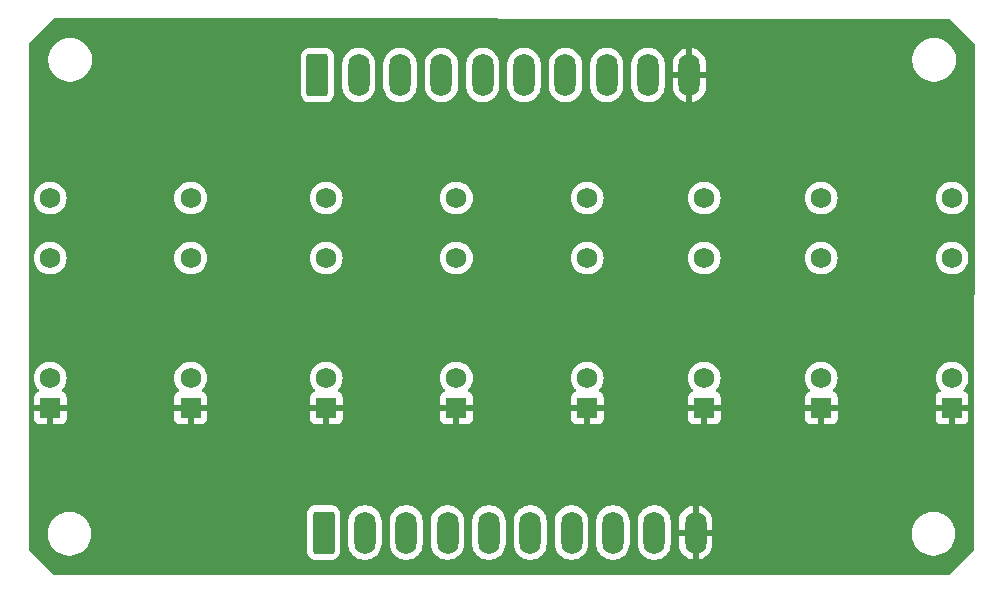
<source format=gbr>
%TF.GenerationSoftware,KiCad,Pcbnew,8.0.4*%
%TF.CreationDate,2024-07-23T21:16:43+01:00*%
%TF.ProjectId,8_Way_Relay_Board,385f5761-795f-4526-956c-61795f426f61,V1*%
%TF.SameCoordinates,Original*%
%TF.FileFunction,Copper,L2,Inr*%
%TF.FilePolarity,Positive*%
%FSLAX46Y46*%
G04 Gerber Fmt 4.6, Leading zero omitted, Abs format (unit mm)*
G04 Created by KiCad (PCBNEW 8.0.4) date 2024-07-23 21:16:43*
%MOMM*%
%LPD*%
G01*
G04 APERTURE LIST*
G04 Aperture macros list*
%AMRoundRect*
0 Rectangle with rounded corners*
0 $1 Rounding radius*
0 $2 $3 $4 $5 $6 $7 $8 $9 X,Y pos of 4 corners*
0 Add a 4 corners polygon primitive as box body*
4,1,4,$2,$3,$4,$5,$6,$7,$8,$9,$2,$3,0*
0 Add four circle primitives for the rounded corners*
1,1,$1+$1,$2,$3*
1,1,$1+$1,$4,$5*
1,1,$1+$1,$6,$7*
1,1,$1+$1,$8,$9*
0 Add four rect primitives between the rounded corners*
20,1,$1+$1,$2,$3,$4,$5,0*
20,1,$1+$1,$4,$5,$6,$7,0*
20,1,$1+$1,$6,$7,$8,$9,0*
20,1,$1+$1,$8,$9,$2,$3,0*%
G04 Aperture macros list end*
%TA.AperFunction,ComponentPad*%
%ADD10RoundRect,0.250000X-0.650000X-1.550000X0.650000X-1.550000X0.650000X1.550000X-0.650000X1.550000X0*%
%TD*%
%TA.AperFunction,ComponentPad*%
%ADD11O,1.800000X3.600000*%
%TD*%
%TA.AperFunction,ComponentPad*%
%ADD12R,1.752600X1.752600*%
%TD*%
%TA.AperFunction,ComponentPad*%
%ADD13C,1.752600*%
%TD*%
%TA.AperFunction,ViaPad*%
%ADD14C,0.800000*%
%TD*%
G04 APERTURE END LIST*
D10*
%TO.N,Out1*%
%TO.C,J2*%
X88356700Y-52661700D03*
D11*
%TO.N,Out2*%
X91856700Y-52661700D03*
%TO.N,Out3*%
X95356700Y-52661700D03*
%TO.N,Out4*%
X98856700Y-52661700D03*
%TO.N,Out5*%
X102356700Y-52661700D03*
%TO.N,Out6*%
X105856700Y-52661700D03*
%TO.N,Out7*%
X109356700Y-52661700D03*
%TO.N,Out8*%
X112856700Y-52661700D03*
%TO.N,+24V*%
X116356700Y-52661700D03*
%TO.N,GND*%
X119856700Y-52661700D03*
%TD*%
D12*
%TO.N,GND*%
%TO.C,K7*%
X131013200Y-80835500D03*
D13*
%TO.N,Net-(K7-Pad2)*%
X131013200Y-78295500D03*
%TO.N,Out7*%
X131013200Y-68135500D03*
%TO.N,+24V*%
X131013200Y-63055500D03*
%TD*%
D12*
%TO.N,GND*%
%TO.C,K8*%
X142087600Y-80835500D03*
D13*
%TO.N,Net-(K8-Pad2)*%
X142087600Y-78295500D03*
%TO.N,Out8*%
X142087600Y-68135500D03*
%TO.N,+24V*%
X142087600Y-63055500D03*
%TD*%
D12*
%TO.N,GND*%
%TO.C,K2*%
X77622400Y-80835500D03*
D13*
%TO.N,Net-(K2-Pad2)*%
X77622400Y-78295500D03*
%TO.N,Out2*%
X77622400Y-68135500D03*
%TO.N,+24V*%
X77622400Y-63055500D03*
%TD*%
D12*
%TO.N,GND*%
%TO.C,K6*%
X121107200Y-80835500D03*
D13*
%TO.N,Net-(K6-Pad2)*%
X121107200Y-78295500D03*
%TO.N,Out6*%
X121107200Y-68135500D03*
%TO.N,+24V*%
X121107200Y-63055500D03*
%TD*%
D10*
%TO.N,In1*%
%TO.C,J1*%
X88875200Y-91389200D03*
D11*
%TO.N,In2*%
X92375200Y-91389200D03*
%TO.N,In3*%
X95875200Y-91389200D03*
%TO.N,In4*%
X99375200Y-91389200D03*
%TO.N,In5*%
X102875200Y-91389200D03*
%TO.N,In6*%
X106375200Y-91389200D03*
%TO.N,In7*%
X109875200Y-91389200D03*
%TO.N,In8*%
X113375200Y-91389200D03*
%TO.N,+24V*%
X116875200Y-91389200D03*
%TO.N,GND*%
X120375200Y-91389200D03*
%TD*%
D12*
%TO.N,GND*%
%TO.C,K1*%
X65735200Y-80835500D03*
D13*
%TO.N,Net-(K1-Pad2)*%
X65735200Y-78295500D03*
%TO.N,Out1*%
X65735200Y-68135500D03*
%TO.N,+24V*%
X65735200Y-63055500D03*
%TD*%
D12*
%TO.N,GND*%
%TO.C,K3*%
X89103200Y-80835500D03*
D13*
%TO.N,Net-(K3-Pad2)*%
X89103200Y-78295500D03*
%TO.N,Out3*%
X89103200Y-68135500D03*
%TO.N,+24V*%
X89103200Y-63055500D03*
%TD*%
D12*
%TO.N,GND*%
%TO.C,K4*%
X100126800Y-80835500D03*
D13*
%TO.N,Net-(K4-Pad2)*%
X100126800Y-78295500D03*
%TO.N,Out4*%
X100126800Y-68135500D03*
%TO.N,+24V*%
X100126800Y-63055500D03*
%TD*%
D12*
%TO.N,GND*%
%TO.C,K5*%
X111201200Y-80835500D03*
D13*
%TO.N,Net-(K5-Pad2)*%
X111201200Y-78295500D03*
%TO.N,Out5*%
X111201200Y-68135500D03*
%TO.N,+24V*%
X111201200Y-63055500D03*
%TD*%
D14*
%TO.N,GND*%
X64922400Y-85953600D03*
X87985600Y-83769200D03*
X76657200Y-59740800D03*
X100330000Y-57353200D03*
X119938800Y-59537600D03*
X134467600Y-57759600D03*
X129641600Y-85750400D03*
X110134400Y-84683600D03*
%TD*%
%TA.AperFunction,Conductor*%
%TO.N,GND*%
G36*
X141832259Y-47904365D02*
G01*
X141900367Y-47924413D01*
X141921270Y-47941270D01*
X143981032Y-50001032D01*
X144015058Y-50063344D01*
X144017937Y-50090276D01*
X143967261Y-92810297D01*
X143947178Y-92878394D01*
X143930356Y-92899243D01*
X141870505Y-94959095D01*
X141808193Y-94993120D01*
X141781410Y-94996000D01*
X66092190Y-94996000D01*
X66024069Y-94975998D01*
X66003095Y-94959095D01*
X63943305Y-92899305D01*
X63909279Y-92836993D01*
X63906400Y-92810210D01*
X63906400Y-91369509D01*
X65510300Y-91369509D01*
X65510300Y-91612090D01*
X65541960Y-91852582D01*
X65604744Y-92086895D01*
X65604745Y-92086897D01*
X65604746Y-92086900D01*
X65697576Y-92311012D01*
X65697577Y-92311013D01*
X65697582Y-92311024D01*
X65818861Y-92521085D01*
X65818863Y-92521088D01*
X65818864Y-92521089D01*
X65966535Y-92713538D01*
X65966539Y-92713542D01*
X65966544Y-92713548D01*
X66138051Y-92885055D01*
X66138056Y-92885059D01*
X66138062Y-92885065D01*
X66330511Y-93032736D01*
X66330514Y-93032738D01*
X66540575Y-93154017D01*
X66540579Y-93154018D01*
X66540588Y-93154024D01*
X66764700Y-93246854D01*
X66999011Y-93309638D01*
X66999015Y-93309638D01*
X66999017Y-93309639D01*
X67061002Y-93317799D01*
X67239512Y-93341300D01*
X67239519Y-93341300D01*
X67482081Y-93341300D01*
X67482088Y-93341300D01*
X67699437Y-93312685D01*
X67722582Y-93309639D01*
X67722582Y-93309638D01*
X67722589Y-93309638D01*
X67956900Y-93246854D01*
X68181012Y-93154024D01*
X68391089Y-93032736D01*
X68583538Y-92885065D01*
X68755065Y-92713538D01*
X68902736Y-92521089D01*
X69024024Y-92311012D01*
X69116854Y-92086900D01*
X69179638Y-91852589D01*
X69211300Y-91612088D01*
X69211300Y-91369512D01*
X69179638Y-91129011D01*
X69116854Y-90894700D01*
X69024024Y-90670588D01*
X69024018Y-90670579D01*
X69024017Y-90670575D01*
X68902738Y-90460514D01*
X68839693Y-90378352D01*
X68755065Y-90268062D01*
X68755059Y-90268056D01*
X68755055Y-90268051D01*
X68583548Y-90096544D01*
X68583542Y-90096539D01*
X68583538Y-90096535D01*
X68391089Y-89948864D01*
X68391088Y-89948863D01*
X68391085Y-89948861D01*
X68181024Y-89827582D01*
X68181016Y-89827578D01*
X68181012Y-89827576D01*
X68087026Y-89788646D01*
X87466700Y-89788646D01*
X87466700Y-92989744D01*
X87477312Y-93093625D01*
X87533085Y-93261938D01*
X87626170Y-93412852D01*
X87626175Y-93412858D01*
X87751541Y-93538224D01*
X87751547Y-93538229D01*
X87751548Y-93538230D01*
X87902462Y-93631315D01*
X88070774Y-93687087D01*
X88174655Y-93697700D01*
X89575744Y-93697699D01*
X89679626Y-93687087D01*
X89847938Y-93631315D01*
X89998852Y-93538230D01*
X90124230Y-93412852D01*
X90217315Y-93261938D01*
X90273087Y-93093626D01*
X90283700Y-92989745D01*
X90283699Y-90378349D01*
X90966700Y-90378349D01*
X90966700Y-92400051D01*
X90985870Y-92521085D01*
X91001383Y-92619029D01*
X91063502Y-92810210D01*
X91069892Y-92829876D01*
X91170543Y-93027415D01*
X91170545Y-93027418D01*
X91300858Y-93206778D01*
X91457621Y-93363541D01*
X91457624Y-93363543D01*
X91636985Y-93493857D01*
X91834524Y-93594508D01*
X92045376Y-93663018D01*
X92264349Y-93697700D01*
X92264352Y-93697700D01*
X92486048Y-93697700D01*
X92486051Y-93697700D01*
X92705024Y-93663018D01*
X92915876Y-93594508D01*
X93113415Y-93493857D01*
X93292776Y-93363543D01*
X93449543Y-93206776D01*
X93579857Y-93027415D01*
X93680508Y-92829876D01*
X93749018Y-92619024D01*
X93783700Y-92400051D01*
X93783700Y-90378349D01*
X94466700Y-90378349D01*
X94466700Y-92400051D01*
X94485870Y-92521085D01*
X94501383Y-92619029D01*
X94563502Y-92810210D01*
X94569892Y-92829876D01*
X94670543Y-93027415D01*
X94670545Y-93027418D01*
X94800858Y-93206778D01*
X94957621Y-93363541D01*
X94957624Y-93363543D01*
X95136985Y-93493857D01*
X95334524Y-93594508D01*
X95545376Y-93663018D01*
X95764349Y-93697700D01*
X95764352Y-93697700D01*
X95986048Y-93697700D01*
X95986051Y-93697700D01*
X96205024Y-93663018D01*
X96415876Y-93594508D01*
X96613415Y-93493857D01*
X96792776Y-93363543D01*
X96949543Y-93206776D01*
X97079857Y-93027415D01*
X97180508Y-92829876D01*
X97249018Y-92619024D01*
X97283700Y-92400051D01*
X97283700Y-90378349D01*
X97966700Y-90378349D01*
X97966700Y-92400051D01*
X97985870Y-92521085D01*
X98001383Y-92619029D01*
X98063502Y-92810210D01*
X98069892Y-92829876D01*
X98170543Y-93027415D01*
X98170545Y-93027418D01*
X98300858Y-93206778D01*
X98457621Y-93363541D01*
X98457624Y-93363543D01*
X98636985Y-93493857D01*
X98834524Y-93594508D01*
X99045376Y-93663018D01*
X99264349Y-93697700D01*
X99264352Y-93697700D01*
X99486048Y-93697700D01*
X99486051Y-93697700D01*
X99705024Y-93663018D01*
X99915876Y-93594508D01*
X100113415Y-93493857D01*
X100292776Y-93363543D01*
X100449543Y-93206776D01*
X100579857Y-93027415D01*
X100680508Y-92829876D01*
X100749018Y-92619024D01*
X100783700Y-92400051D01*
X100783700Y-90378349D01*
X101466700Y-90378349D01*
X101466700Y-92400051D01*
X101485870Y-92521085D01*
X101501383Y-92619029D01*
X101563502Y-92810210D01*
X101569892Y-92829876D01*
X101670543Y-93027415D01*
X101670545Y-93027418D01*
X101800858Y-93206778D01*
X101957621Y-93363541D01*
X101957624Y-93363543D01*
X102136985Y-93493857D01*
X102334524Y-93594508D01*
X102545376Y-93663018D01*
X102764349Y-93697700D01*
X102764352Y-93697700D01*
X102986048Y-93697700D01*
X102986051Y-93697700D01*
X103205024Y-93663018D01*
X103415876Y-93594508D01*
X103613415Y-93493857D01*
X103792776Y-93363543D01*
X103949543Y-93206776D01*
X104079857Y-93027415D01*
X104180508Y-92829876D01*
X104249018Y-92619024D01*
X104283700Y-92400051D01*
X104283700Y-90378349D01*
X104966700Y-90378349D01*
X104966700Y-92400051D01*
X104985870Y-92521085D01*
X105001383Y-92619029D01*
X105063502Y-92810210D01*
X105069892Y-92829876D01*
X105170543Y-93027415D01*
X105170545Y-93027418D01*
X105300858Y-93206778D01*
X105457621Y-93363541D01*
X105457624Y-93363543D01*
X105636985Y-93493857D01*
X105834524Y-93594508D01*
X106045376Y-93663018D01*
X106264349Y-93697700D01*
X106264352Y-93697700D01*
X106486048Y-93697700D01*
X106486051Y-93697700D01*
X106705024Y-93663018D01*
X106915876Y-93594508D01*
X107113415Y-93493857D01*
X107292776Y-93363543D01*
X107449543Y-93206776D01*
X107579857Y-93027415D01*
X107680508Y-92829876D01*
X107749018Y-92619024D01*
X107783700Y-92400051D01*
X107783700Y-90378349D01*
X108466700Y-90378349D01*
X108466700Y-92400051D01*
X108485870Y-92521085D01*
X108501383Y-92619029D01*
X108563502Y-92810210D01*
X108569892Y-92829876D01*
X108670543Y-93027415D01*
X108670545Y-93027418D01*
X108800858Y-93206778D01*
X108957621Y-93363541D01*
X108957624Y-93363543D01*
X109136985Y-93493857D01*
X109334524Y-93594508D01*
X109545376Y-93663018D01*
X109764349Y-93697700D01*
X109764352Y-93697700D01*
X109986048Y-93697700D01*
X109986051Y-93697700D01*
X110205024Y-93663018D01*
X110415876Y-93594508D01*
X110613415Y-93493857D01*
X110792776Y-93363543D01*
X110949543Y-93206776D01*
X111079857Y-93027415D01*
X111180508Y-92829876D01*
X111249018Y-92619024D01*
X111283700Y-92400051D01*
X111283700Y-90378349D01*
X111966700Y-90378349D01*
X111966700Y-92400051D01*
X111985870Y-92521085D01*
X112001383Y-92619029D01*
X112063502Y-92810210D01*
X112069892Y-92829876D01*
X112170543Y-93027415D01*
X112170545Y-93027418D01*
X112300858Y-93206778D01*
X112457621Y-93363541D01*
X112457624Y-93363543D01*
X112636985Y-93493857D01*
X112834524Y-93594508D01*
X113045376Y-93663018D01*
X113264349Y-93697700D01*
X113264352Y-93697700D01*
X113486048Y-93697700D01*
X113486051Y-93697700D01*
X113705024Y-93663018D01*
X113915876Y-93594508D01*
X114113415Y-93493857D01*
X114292776Y-93363543D01*
X114449543Y-93206776D01*
X114579857Y-93027415D01*
X114680508Y-92829876D01*
X114749018Y-92619024D01*
X114783700Y-92400051D01*
X114783700Y-90378349D01*
X115466700Y-90378349D01*
X115466700Y-92400051D01*
X115485870Y-92521085D01*
X115501383Y-92619029D01*
X115563502Y-92810210D01*
X115569892Y-92829876D01*
X115670543Y-93027415D01*
X115670545Y-93027418D01*
X115800858Y-93206778D01*
X115957621Y-93363541D01*
X115957624Y-93363543D01*
X116136985Y-93493857D01*
X116334524Y-93594508D01*
X116545376Y-93663018D01*
X116764349Y-93697700D01*
X116764352Y-93697700D01*
X116986048Y-93697700D01*
X116986051Y-93697700D01*
X117205024Y-93663018D01*
X117415876Y-93594508D01*
X117613415Y-93493857D01*
X117792776Y-93363543D01*
X117949543Y-93206776D01*
X118079857Y-93027415D01*
X118180508Y-92829876D01*
X118249018Y-92619024D01*
X118283700Y-92400051D01*
X118283700Y-90378391D01*
X118967200Y-90378391D01*
X118967200Y-91135200D01*
X119829027Y-91135200D01*
X119816089Y-91157609D01*
X119775200Y-91310209D01*
X119775200Y-91468191D01*
X119816089Y-91620791D01*
X119829027Y-91643200D01*
X118967200Y-91643200D01*
X118967200Y-92400008D01*
X119001870Y-92618910D01*
X119070355Y-92829683D01*
X119070356Y-92829685D01*
X119170972Y-93027156D01*
X119301239Y-93206453D01*
X119457946Y-93363160D01*
X119637243Y-93493427D01*
X119834714Y-93594043D01*
X119834716Y-93594044D01*
X120045489Y-93662529D01*
X120121200Y-93674520D01*
X120121200Y-91935373D01*
X120143609Y-91948311D01*
X120296209Y-91989200D01*
X120454191Y-91989200D01*
X120606791Y-91948311D01*
X120629200Y-91935373D01*
X120629200Y-93674520D01*
X120704909Y-93662529D01*
X120704911Y-93662529D01*
X120915683Y-93594044D01*
X120915685Y-93594043D01*
X121113156Y-93493427D01*
X121292453Y-93363160D01*
X121449160Y-93206453D01*
X121579427Y-93027156D01*
X121680043Y-92829685D01*
X121680044Y-92829683D01*
X121748529Y-92618910D01*
X121783200Y-92400008D01*
X121783200Y-91643200D01*
X120921373Y-91643200D01*
X120934311Y-91620791D01*
X120975200Y-91468191D01*
X120975200Y-91369509D01*
X138662300Y-91369509D01*
X138662300Y-91612090D01*
X138693960Y-91852582D01*
X138756744Y-92086895D01*
X138756745Y-92086897D01*
X138756746Y-92086900D01*
X138849576Y-92311012D01*
X138849577Y-92311013D01*
X138849582Y-92311024D01*
X138970861Y-92521085D01*
X138970863Y-92521088D01*
X138970864Y-92521089D01*
X139118535Y-92713538D01*
X139118539Y-92713542D01*
X139118544Y-92713548D01*
X139290051Y-92885055D01*
X139290056Y-92885059D01*
X139290062Y-92885065D01*
X139482511Y-93032736D01*
X139482514Y-93032738D01*
X139692575Y-93154017D01*
X139692579Y-93154018D01*
X139692588Y-93154024D01*
X139916700Y-93246854D01*
X140151011Y-93309638D01*
X140151015Y-93309638D01*
X140151017Y-93309639D01*
X140213002Y-93317799D01*
X140391512Y-93341300D01*
X140391519Y-93341300D01*
X140634081Y-93341300D01*
X140634088Y-93341300D01*
X140851437Y-93312685D01*
X140874582Y-93309639D01*
X140874582Y-93309638D01*
X140874589Y-93309638D01*
X141108900Y-93246854D01*
X141333012Y-93154024D01*
X141543089Y-93032736D01*
X141735538Y-92885065D01*
X141907065Y-92713538D01*
X142054736Y-92521089D01*
X142176024Y-92311012D01*
X142268854Y-92086900D01*
X142331638Y-91852589D01*
X142363300Y-91612088D01*
X142363300Y-91369512D01*
X142331638Y-91129011D01*
X142268854Y-90894700D01*
X142176024Y-90670588D01*
X142176018Y-90670579D01*
X142176017Y-90670575D01*
X142054738Y-90460514D01*
X141991693Y-90378352D01*
X141907065Y-90268062D01*
X141907059Y-90268056D01*
X141907055Y-90268051D01*
X141735548Y-90096544D01*
X141735542Y-90096539D01*
X141735538Y-90096535D01*
X141543089Y-89948864D01*
X141543088Y-89948863D01*
X141543085Y-89948861D01*
X141333024Y-89827582D01*
X141333016Y-89827578D01*
X141333012Y-89827576D01*
X141108900Y-89734746D01*
X141108897Y-89734745D01*
X141108895Y-89734744D01*
X140874582Y-89671960D01*
X140634090Y-89640300D01*
X140634088Y-89640300D01*
X140391512Y-89640300D01*
X140391509Y-89640300D01*
X140151017Y-89671960D01*
X139916704Y-89734744D01*
X139916700Y-89734746D01*
X139786550Y-89788656D01*
X139692586Y-89827577D01*
X139692575Y-89827582D01*
X139482514Y-89948861D01*
X139290062Y-90096535D01*
X139290051Y-90096544D01*
X139118544Y-90268051D01*
X139118535Y-90268062D01*
X138970861Y-90460514D01*
X138849582Y-90670575D01*
X138849577Y-90670586D01*
X138849576Y-90670588D01*
X138783509Y-90830089D01*
X138756746Y-90894700D01*
X138756744Y-90894704D01*
X138693960Y-91129017D01*
X138662300Y-91369509D01*
X120975200Y-91369509D01*
X120975200Y-91310209D01*
X120934311Y-91157609D01*
X120921373Y-91135200D01*
X121783200Y-91135200D01*
X121783200Y-90378391D01*
X121748529Y-90159489D01*
X121680044Y-89948716D01*
X121680043Y-89948714D01*
X121579427Y-89751243D01*
X121449160Y-89571946D01*
X121292453Y-89415239D01*
X121113156Y-89284972D01*
X120915685Y-89184356D01*
X120915683Y-89184355D01*
X120704909Y-89115869D01*
X120629200Y-89103878D01*
X120629200Y-90843026D01*
X120606791Y-90830089D01*
X120454191Y-90789200D01*
X120296209Y-90789200D01*
X120143609Y-90830089D01*
X120121200Y-90843026D01*
X120121200Y-89103878D01*
X120045490Y-89115869D01*
X119834716Y-89184355D01*
X119834714Y-89184356D01*
X119637243Y-89284972D01*
X119457946Y-89415239D01*
X119301239Y-89571946D01*
X119170972Y-89751243D01*
X119070356Y-89948714D01*
X119070355Y-89948716D01*
X119001870Y-90159489D01*
X118967200Y-90378391D01*
X118283700Y-90378391D01*
X118283700Y-90378349D01*
X118249018Y-90159376D01*
X118180508Y-89948524D01*
X118079857Y-89750985D01*
X117949543Y-89571624D01*
X117949541Y-89571621D01*
X117792778Y-89414858D01*
X117613418Y-89284545D01*
X117613417Y-89284544D01*
X117613415Y-89284543D01*
X117415876Y-89183892D01*
X117415873Y-89183891D01*
X117415871Y-89183890D01*
X117205029Y-89115383D01*
X117205025Y-89115382D01*
X117205024Y-89115382D01*
X116986051Y-89080700D01*
X116764349Y-89080700D01*
X116545376Y-89115382D01*
X116545370Y-89115383D01*
X116334528Y-89183890D01*
X116334522Y-89183893D01*
X116136981Y-89284545D01*
X115957621Y-89414858D01*
X115800858Y-89571621D01*
X115670545Y-89750981D01*
X115569893Y-89948522D01*
X115569890Y-89948528D01*
X115501383Y-90159370D01*
X115501382Y-90159375D01*
X115501382Y-90159376D01*
X115466700Y-90378349D01*
X114783700Y-90378349D01*
X114749018Y-90159376D01*
X114680508Y-89948524D01*
X114579857Y-89750985D01*
X114449543Y-89571624D01*
X114449541Y-89571621D01*
X114292778Y-89414858D01*
X114113418Y-89284545D01*
X114113417Y-89284544D01*
X114113415Y-89284543D01*
X113915876Y-89183892D01*
X113915873Y-89183891D01*
X113915871Y-89183890D01*
X113705029Y-89115383D01*
X113705025Y-89115382D01*
X113705024Y-89115382D01*
X113486051Y-89080700D01*
X113264349Y-89080700D01*
X113045376Y-89115382D01*
X113045370Y-89115383D01*
X112834528Y-89183890D01*
X112834522Y-89183893D01*
X112636981Y-89284545D01*
X112457621Y-89414858D01*
X112300858Y-89571621D01*
X112170545Y-89750981D01*
X112069893Y-89948522D01*
X112069890Y-89948528D01*
X112001383Y-90159370D01*
X112001382Y-90159375D01*
X112001382Y-90159376D01*
X111966700Y-90378349D01*
X111283700Y-90378349D01*
X111249018Y-90159376D01*
X111180508Y-89948524D01*
X111079857Y-89750985D01*
X110949543Y-89571624D01*
X110949541Y-89571621D01*
X110792778Y-89414858D01*
X110613418Y-89284545D01*
X110613417Y-89284544D01*
X110613415Y-89284543D01*
X110415876Y-89183892D01*
X110415873Y-89183891D01*
X110415871Y-89183890D01*
X110205029Y-89115383D01*
X110205025Y-89115382D01*
X110205024Y-89115382D01*
X109986051Y-89080700D01*
X109764349Y-89080700D01*
X109545376Y-89115382D01*
X109545370Y-89115383D01*
X109334528Y-89183890D01*
X109334522Y-89183893D01*
X109136981Y-89284545D01*
X108957621Y-89414858D01*
X108800858Y-89571621D01*
X108670545Y-89750981D01*
X108569893Y-89948522D01*
X108569890Y-89948528D01*
X108501383Y-90159370D01*
X108501382Y-90159375D01*
X108501382Y-90159376D01*
X108466700Y-90378349D01*
X107783700Y-90378349D01*
X107749018Y-90159376D01*
X107680508Y-89948524D01*
X107579857Y-89750985D01*
X107449543Y-89571624D01*
X107449541Y-89571621D01*
X107292778Y-89414858D01*
X107113418Y-89284545D01*
X107113417Y-89284544D01*
X107113415Y-89284543D01*
X106915876Y-89183892D01*
X106915873Y-89183891D01*
X106915871Y-89183890D01*
X106705029Y-89115383D01*
X106705025Y-89115382D01*
X106705024Y-89115382D01*
X106486051Y-89080700D01*
X106264349Y-89080700D01*
X106045376Y-89115382D01*
X106045370Y-89115383D01*
X105834528Y-89183890D01*
X105834522Y-89183893D01*
X105636981Y-89284545D01*
X105457621Y-89414858D01*
X105300858Y-89571621D01*
X105170545Y-89750981D01*
X105069893Y-89948522D01*
X105069890Y-89948528D01*
X105001383Y-90159370D01*
X105001382Y-90159375D01*
X105001382Y-90159376D01*
X104966700Y-90378349D01*
X104283700Y-90378349D01*
X104249018Y-90159376D01*
X104180508Y-89948524D01*
X104079857Y-89750985D01*
X103949543Y-89571624D01*
X103949541Y-89571621D01*
X103792778Y-89414858D01*
X103613418Y-89284545D01*
X103613417Y-89284544D01*
X103613415Y-89284543D01*
X103415876Y-89183892D01*
X103415873Y-89183891D01*
X103415871Y-89183890D01*
X103205029Y-89115383D01*
X103205025Y-89115382D01*
X103205024Y-89115382D01*
X102986051Y-89080700D01*
X102764349Y-89080700D01*
X102545376Y-89115382D01*
X102545370Y-89115383D01*
X102334528Y-89183890D01*
X102334522Y-89183893D01*
X102136981Y-89284545D01*
X101957621Y-89414858D01*
X101800858Y-89571621D01*
X101670545Y-89750981D01*
X101569893Y-89948522D01*
X101569890Y-89948528D01*
X101501383Y-90159370D01*
X101501382Y-90159375D01*
X101501382Y-90159376D01*
X101466700Y-90378349D01*
X100783700Y-90378349D01*
X100749018Y-90159376D01*
X100680508Y-89948524D01*
X100579857Y-89750985D01*
X100449543Y-89571624D01*
X100449541Y-89571621D01*
X100292778Y-89414858D01*
X100113418Y-89284545D01*
X100113417Y-89284544D01*
X100113415Y-89284543D01*
X99915876Y-89183892D01*
X99915873Y-89183891D01*
X99915871Y-89183890D01*
X99705029Y-89115383D01*
X99705025Y-89115382D01*
X99705024Y-89115382D01*
X99486051Y-89080700D01*
X99264349Y-89080700D01*
X99045376Y-89115382D01*
X99045370Y-89115383D01*
X98834528Y-89183890D01*
X98834522Y-89183893D01*
X98636981Y-89284545D01*
X98457621Y-89414858D01*
X98300858Y-89571621D01*
X98170545Y-89750981D01*
X98069893Y-89948522D01*
X98069890Y-89948528D01*
X98001383Y-90159370D01*
X98001382Y-90159375D01*
X98001382Y-90159376D01*
X97966700Y-90378349D01*
X97283700Y-90378349D01*
X97249018Y-90159376D01*
X97180508Y-89948524D01*
X97079857Y-89750985D01*
X96949543Y-89571624D01*
X96949541Y-89571621D01*
X96792778Y-89414858D01*
X96613418Y-89284545D01*
X96613417Y-89284544D01*
X96613415Y-89284543D01*
X96415876Y-89183892D01*
X96415873Y-89183891D01*
X96415871Y-89183890D01*
X96205029Y-89115383D01*
X96205025Y-89115382D01*
X96205024Y-89115382D01*
X95986051Y-89080700D01*
X95764349Y-89080700D01*
X95545376Y-89115382D01*
X95545370Y-89115383D01*
X95334528Y-89183890D01*
X95334522Y-89183893D01*
X95136981Y-89284545D01*
X94957621Y-89414858D01*
X94800858Y-89571621D01*
X94670545Y-89750981D01*
X94569893Y-89948522D01*
X94569890Y-89948528D01*
X94501383Y-90159370D01*
X94501382Y-90159375D01*
X94501382Y-90159376D01*
X94466700Y-90378349D01*
X93783700Y-90378349D01*
X93749018Y-90159376D01*
X93680508Y-89948524D01*
X93579857Y-89750985D01*
X93449543Y-89571624D01*
X93449541Y-89571621D01*
X93292778Y-89414858D01*
X93113418Y-89284545D01*
X93113417Y-89284544D01*
X93113415Y-89284543D01*
X92915876Y-89183892D01*
X92915873Y-89183891D01*
X92915871Y-89183890D01*
X92705029Y-89115383D01*
X92705025Y-89115382D01*
X92705024Y-89115382D01*
X92486051Y-89080700D01*
X92264349Y-89080700D01*
X92045376Y-89115382D01*
X92045370Y-89115383D01*
X91834528Y-89183890D01*
X91834522Y-89183893D01*
X91636981Y-89284545D01*
X91457621Y-89414858D01*
X91300858Y-89571621D01*
X91170545Y-89750981D01*
X91069893Y-89948522D01*
X91069890Y-89948528D01*
X91001383Y-90159370D01*
X91001382Y-90159375D01*
X91001382Y-90159376D01*
X90966700Y-90378349D01*
X90283699Y-90378349D01*
X90283699Y-89788656D01*
X90273087Y-89684774D01*
X90217315Y-89516462D01*
X90124230Y-89365548D01*
X90124229Y-89365547D01*
X90124224Y-89365541D01*
X89998858Y-89240175D01*
X89998852Y-89240170D01*
X89847938Y-89147085D01*
X89752263Y-89115382D01*
X89679627Y-89091313D01*
X89679620Y-89091312D01*
X89575753Y-89080700D01*
X88174655Y-89080700D01*
X88070774Y-89091312D01*
X87902461Y-89147085D01*
X87751547Y-89240170D01*
X87751541Y-89240175D01*
X87626175Y-89365541D01*
X87626170Y-89365547D01*
X87533085Y-89516462D01*
X87477313Y-89684772D01*
X87477312Y-89684779D01*
X87466700Y-89788646D01*
X68087026Y-89788646D01*
X67956900Y-89734746D01*
X67956897Y-89734745D01*
X67956895Y-89734744D01*
X67722582Y-89671960D01*
X67482090Y-89640300D01*
X67482088Y-89640300D01*
X67239512Y-89640300D01*
X67239509Y-89640300D01*
X66999017Y-89671960D01*
X66764704Y-89734744D01*
X66764700Y-89734746D01*
X66634550Y-89788656D01*
X66540586Y-89827577D01*
X66540575Y-89827582D01*
X66330514Y-89948861D01*
X66138062Y-90096535D01*
X66138051Y-90096544D01*
X65966544Y-90268051D01*
X65966535Y-90268062D01*
X65818861Y-90460514D01*
X65697582Y-90670575D01*
X65697577Y-90670586D01*
X65697576Y-90670588D01*
X65631509Y-90830089D01*
X65604746Y-90894700D01*
X65604744Y-90894704D01*
X65541960Y-91129017D01*
X65510300Y-91369509D01*
X63906400Y-91369509D01*
X63906400Y-78295500D01*
X64345654Y-78295500D01*
X64364607Y-78524219D01*
X64420941Y-78746681D01*
X64420944Y-78746688D01*
X64513130Y-78956850D01*
X64513131Y-78956851D01*
X64638653Y-79148977D01*
X64700632Y-79216304D01*
X64751686Y-79271764D01*
X64783106Y-79335429D01*
X64775119Y-79405975D01*
X64730260Y-79461004D01*
X64703017Y-79475157D01*
X64612933Y-79508756D01*
X64495995Y-79596295D01*
X64408455Y-79713234D01*
X64408455Y-79713235D01*
X64357405Y-79850106D01*
X64350900Y-79910602D01*
X64350900Y-80581500D01*
X65221936Y-80581500D01*
X65202647Y-80614909D01*
X65163700Y-80760261D01*
X65163700Y-80910739D01*
X65202647Y-81056091D01*
X65221936Y-81089500D01*
X64350900Y-81089500D01*
X64350900Y-81760397D01*
X64357405Y-81820893D01*
X64408455Y-81957764D01*
X64408455Y-81957765D01*
X64495995Y-82074704D01*
X64612934Y-82162244D01*
X64749806Y-82213294D01*
X64810302Y-82219799D01*
X64810315Y-82219800D01*
X65481200Y-82219800D01*
X65481200Y-81348764D01*
X65514609Y-81368053D01*
X65659961Y-81407000D01*
X65810439Y-81407000D01*
X65955791Y-81368053D01*
X65989200Y-81348764D01*
X65989200Y-82219800D01*
X66660085Y-82219800D01*
X66660097Y-82219799D01*
X66720593Y-82213294D01*
X66857464Y-82162244D01*
X66857465Y-82162244D01*
X66974404Y-82074704D01*
X67061944Y-81957765D01*
X67061944Y-81957764D01*
X67112994Y-81820893D01*
X67119499Y-81760397D01*
X67119500Y-81760385D01*
X67119500Y-81089500D01*
X66248464Y-81089500D01*
X66267753Y-81056091D01*
X66306700Y-80910739D01*
X66306700Y-80760261D01*
X66267753Y-80614909D01*
X66248464Y-80581500D01*
X67119500Y-80581500D01*
X67119500Y-79910614D01*
X67119499Y-79910602D01*
X67112994Y-79850106D01*
X67061944Y-79713235D01*
X67061944Y-79713234D01*
X66974404Y-79596295D01*
X66857465Y-79508755D01*
X66767383Y-79475157D01*
X66710547Y-79432610D01*
X66685736Y-79366090D01*
X66700827Y-79296716D01*
X66718714Y-79271763D01*
X66831747Y-79148977D01*
X66957269Y-78956851D01*
X67049457Y-78746685D01*
X67105794Y-78524212D01*
X67124746Y-78295500D01*
X76232854Y-78295500D01*
X76251807Y-78524219D01*
X76308141Y-78746681D01*
X76308144Y-78746688D01*
X76400330Y-78956850D01*
X76400331Y-78956851D01*
X76525853Y-79148977D01*
X76587832Y-79216304D01*
X76638886Y-79271764D01*
X76670306Y-79335429D01*
X76662319Y-79405975D01*
X76617460Y-79461004D01*
X76590217Y-79475157D01*
X76500133Y-79508756D01*
X76383195Y-79596295D01*
X76295655Y-79713234D01*
X76295655Y-79713235D01*
X76244605Y-79850106D01*
X76238100Y-79910602D01*
X76238100Y-80581500D01*
X77109136Y-80581500D01*
X77089847Y-80614909D01*
X77050900Y-80760261D01*
X77050900Y-80910739D01*
X77089847Y-81056091D01*
X77109136Y-81089500D01*
X76238100Y-81089500D01*
X76238100Y-81760397D01*
X76244605Y-81820893D01*
X76295655Y-81957764D01*
X76295655Y-81957765D01*
X76383195Y-82074704D01*
X76500134Y-82162244D01*
X76637006Y-82213294D01*
X76697502Y-82219799D01*
X76697515Y-82219800D01*
X77368400Y-82219800D01*
X77368400Y-81348764D01*
X77401809Y-81368053D01*
X77547161Y-81407000D01*
X77697639Y-81407000D01*
X77842991Y-81368053D01*
X77876400Y-81348764D01*
X77876400Y-82219800D01*
X78547285Y-82219800D01*
X78547297Y-82219799D01*
X78607793Y-82213294D01*
X78744664Y-82162244D01*
X78744665Y-82162244D01*
X78861604Y-82074704D01*
X78949144Y-81957765D01*
X78949144Y-81957764D01*
X79000194Y-81820893D01*
X79006699Y-81760397D01*
X79006700Y-81760385D01*
X79006700Y-81089500D01*
X78135664Y-81089500D01*
X78154953Y-81056091D01*
X78193900Y-80910739D01*
X78193900Y-80760261D01*
X78154953Y-80614909D01*
X78135664Y-80581500D01*
X79006700Y-80581500D01*
X79006700Y-79910614D01*
X79006699Y-79910602D01*
X79000194Y-79850106D01*
X78949144Y-79713235D01*
X78949144Y-79713234D01*
X78861604Y-79596295D01*
X78744665Y-79508755D01*
X78654583Y-79475157D01*
X78597747Y-79432610D01*
X78572936Y-79366090D01*
X78588027Y-79296716D01*
X78605914Y-79271763D01*
X78718947Y-79148977D01*
X78844469Y-78956851D01*
X78936657Y-78746685D01*
X78992994Y-78524212D01*
X79011946Y-78295500D01*
X87713654Y-78295500D01*
X87732607Y-78524219D01*
X87788941Y-78746681D01*
X87788944Y-78746688D01*
X87881130Y-78956850D01*
X87881131Y-78956851D01*
X88006653Y-79148977D01*
X88068632Y-79216304D01*
X88119686Y-79271764D01*
X88151106Y-79335429D01*
X88143119Y-79405975D01*
X88098260Y-79461004D01*
X88071017Y-79475157D01*
X87980933Y-79508756D01*
X87863995Y-79596295D01*
X87776455Y-79713234D01*
X87776455Y-79713235D01*
X87725405Y-79850106D01*
X87718900Y-79910602D01*
X87718900Y-80581500D01*
X88589936Y-80581500D01*
X88570647Y-80614909D01*
X88531700Y-80760261D01*
X88531700Y-80910739D01*
X88570647Y-81056091D01*
X88589936Y-81089500D01*
X87718900Y-81089500D01*
X87718900Y-81760397D01*
X87725405Y-81820893D01*
X87776455Y-81957764D01*
X87776455Y-81957765D01*
X87863995Y-82074704D01*
X87980934Y-82162244D01*
X88117806Y-82213294D01*
X88178302Y-82219799D01*
X88178315Y-82219800D01*
X88849200Y-82219800D01*
X88849200Y-81348764D01*
X88882609Y-81368053D01*
X89027961Y-81407000D01*
X89178439Y-81407000D01*
X89323791Y-81368053D01*
X89357200Y-81348764D01*
X89357200Y-82219800D01*
X90028085Y-82219800D01*
X90028097Y-82219799D01*
X90088593Y-82213294D01*
X90225464Y-82162244D01*
X90225465Y-82162244D01*
X90342404Y-82074704D01*
X90429944Y-81957765D01*
X90429944Y-81957764D01*
X90480994Y-81820893D01*
X90487499Y-81760397D01*
X90487500Y-81760385D01*
X90487500Y-81089500D01*
X89616464Y-81089500D01*
X89635753Y-81056091D01*
X89674700Y-80910739D01*
X89674700Y-80760261D01*
X89635753Y-80614909D01*
X89616464Y-80581500D01*
X90487500Y-80581500D01*
X90487500Y-79910614D01*
X90487499Y-79910602D01*
X90480994Y-79850106D01*
X90429944Y-79713235D01*
X90429944Y-79713234D01*
X90342404Y-79596295D01*
X90225465Y-79508755D01*
X90135383Y-79475157D01*
X90078547Y-79432610D01*
X90053736Y-79366090D01*
X90068827Y-79296716D01*
X90086714Y-79271763D01*
X90199747Y-79148977D01*
X90325269Y-78956851D01*
X90417457Y-78746685D01*
X90473794Y-78524212D01*
X90492746Y-78295500D01*
X98737254Y-78295500D01*
X98756207Y-78524219D01*
X98812541Y-78746681D01*
X98812544Y-78746688D01*
X98904730Y-78956850D01*
X98904731Y-78956851D01*
X99030253Y-79148977D01*
X99092232Y-79216304D01*
X99143286Y-79271764D01*
X99174706Y-79335429D01*
X99166719Y-79405975D01*
X99121860Y-79461004D01*
X99094617Y-79475157D01*
X99004533Y-79508756D01*
X98887595Y-79596295D01*
X98800055Y-79713234D01*
X98800055Y-79713235D01*
X98749005Y-79850106D01*
X98742500Y-79910602D01*
X98742500Y-80581500D01*
X99613536Y-80581500D01*
X99594247Y-80614909D01*
X99555300Y-80760261D01*
X99555300Y-80910739D01*
X99594247Y-81056091D01*
X99613536Y-81089500D01*
X98742500Y-81089500D01*
X98742500Y-81760397D01*
X98749005Y-81820893D01*
X98800055Y-81957764D01*
X98800055Y-81957765D01*
X98887595Y-82074704D01*
X99004534Y-82162244D01*
X99141406Y-82213294D01*
X99201902Y-82219799D01*
X99201915Y-82219800D01*
X99872800Y-82219800D01*
X99872800Y-81348764D01*
X99906209Y-81368053D01*
X100051561Y-81407000D01*
X100202039Y-81407000D01*
X100347391Y-81368053D01*
X100380800Y-81348764D01*
X100380800Y-82219800D01*
X101051685Y-82219800D01*
X101051697Y-82219799D01*
X101112193Y-82213294D01*
X101249064Y-82162244D01*
X101249065Y-82162244D01*
X101366004Y-82074704D01*
X101453544Y-81957765D01*
X101453544Y-81957764D01*
X101504594Y-81820893D01*
X101511099Y-81760397D01*
X101511100Y-81760385D01*
X101511100Y-81089500D01*
X100640064Y-81089500D01*
X100659353Y-81056091D01*
X100698300Y-80910739D01*
X100698300Y-80760261D01*
X100659353Y-80614909D01*
X100640064Y-80581500D01*
X101511100Y-80581500D01*
X101511100Y-79910614D01*
X101511099Y-79910602D01*
X101504594Y-79850106D01*
X101453544Y-79713235D01*
X101453544Y-79713234D01*
X101366004Y-79596295D01*
X101249065Y-79508755D01*
X101158983Y-79475157D01*
X101102147Y-79432610D01*
X101077336Y-79366090D01*
X101092427Y-79296716D01*
X101110314Y-79271763D01*
X101223347Y-79148977D01*
X101348869Y-78956851D01*
X101441057Y-78746685D01*
X101497394Y-78524212D01*
X101516346Y-78295500D01*
X109811654Y-78295500D01*
X109830607Y-78524219D01*
X109886941Y-78746681D01*
X109886944Y-78746688D01*
X109979130Y-78956850D01*
X109979131Y-78956851D01*
X110104653Y-79148977D01*
X110166632Y-79216304D01*
X110217686Y-79271764D01*
X110249106Y-79335429D01*
X110241119Y-79405975D01*
X110196260Y-79461004D01*
X110169017Y-79475157D01*
X110078933Y-79508756D01*
X109961995Y-79596295D01*
X109874455Y-79713234D01*
X109874455Y-79713235D01*
X109823405Y-79850106D01*
X109816900Y-79910602D01*
X109816900Y-80581500D01*
X110687936Y-80581500D01*
X110668647Y-80614909D01*
X110629700Y-80760261D01*
X110629700Y-80910739D01*
X110668647Y-81056091D01*
X110687936Y-81089500D01*
X109816900Y-81089500D01*
X109816900Y-81760397D01*
X109823405Y-81820893D01*
X109874455Y-81957764D01*
X109874455Y-81957765D01*
X109961995Y-82074704D01*
X110078934Y-82162244D01*
X110215806Y-82213294D01*
X110276302Y-82219799D01*
X110276315Y-82219800D01*
X110947200Y-82219800D01*
X110947200Y-81348764D01*
X110980609Y-81368053D01*
X111125961Y-81407000D01*
X111276439Y-81407000D01*
X111421791Y-81368053D01*
X111455200Y-81348764D01*
X111455200Y-82219800D01*
X112126085Y-82219800D01*
X112126097Y-82219799D01*
X112186593Y-82213294D01*
X112323464Y-82162244D01*
X112323465Y-82162244D01*
X112440404Y-82074704D01*
X112527944Y-81957765D01*
X112527944Y-81957764D01*
X112578994Y-81820893D01*
X112585499Y-81760397D01*
X112585500Y-81760385D01*
X112585500Y-81089500D01*
X111714464Y-81089500D01*
X111733753Y-81056091D01*
X111772700Y-80910739D01*
X111772700Y-80760261D01*
X111733753Y-80614909D01*
X111714464Y-80581500D01*
X112585500Y-80581500D01*
X112585500Y-79910614D01*
X112585499Y-79910602D01*
X112578994Y-79850106D01*
X112527944Y-79713235D01*
X112527944Y-79713234D01*
X112440404Y-79596295D01*
X112323465Y-79508755D01*
X112233383Y-79475157D01*
X112176547Y-79432610D01*
X112151736Y-79366090D01*
X112166827Y-79296716D01*
X112184714Y-79271763D01*
X112297747Y-79148977D01*
X112423269Y-78956851D01*
X112515457Y-78746685D01*
X112571794Y-78524212D01*
X112590746Y-78295500D01*
X119717654Y-78295500D01*
X119736607Y-78524219D01*
X119792941Y-78746681D01*
X119792944Y-78746688D01*
X119885130Y-78956850D01*
X119885131Y-78956851D01*
X120010653Y-79148977D01*
X120072632Y-79216304D01*
X120123686Y-79271764D01*
X120155106Y-79335429D01*
X120147119Y-79405975D01*
X120102260Y-79461004D01*
X120075017Y-79475157D01*
X119984933Y-79508756D01*
X119867995Y-79596295D01*
X119780455Y-79713234D01*
X119780455Y-79713235D01*
X119729405Y-79850106D01*
X119722900Y-79910602D01*
X119722900Y-80581500D01*
X120593936Y-80581500D01*
X120574647Y-80614909D01*
X120535700Y-80760261D01*
X120535700Y-80910739D01*
X120574647Y-81056091D01*
X120593936Y-81089500D01*
X119722900Y-81089500D01*
X119722900Y-81760397D01*
X119729405Y-81820893D01*
X119780455Y-81957764D01*
X119780455Y-81957765D01*
X119867995Y-82074704D01*
X119984934Y-82162244D01*
X120121806Y-82213294D01*
X120182302Y-82219799D01*
X120182315Y-82219800D01*
X120853200Y-82219800D01*
X120853200Y-81348764D01*
X120886609Y-81368053D01*
X121031961Y-81407000D01*
X121182439Y-81407000D01*
X121327791Y-81368053D01*
X121361200Y-81348764D01*
X121361200Y-82219800D01*
X122032085Y-82219800D01*
X122032097Y-82219799D01*
X122092593Y-82213294D01*
X122229464Y-82162244D01*
X122229465Y-82162244D01*
X122346404Y-82074704D01*
X122433944Y-81957765D01*
X122433944Y-81957764D01*
X122484994Y-81820893D01*
X122491499Y-81760397D01*
X122491500Y-81760385D01*
X122491500Y-81089500D01*
X121620464Y-81089500D01*
X121639753Y-81056091D01*
X121678700Y-80910739D01*
X121678700Y-80760261D01*
X121639753Y-80614909D01*
X121620464Y-80581500D01*
X122491500Y-80581500D01*
X122491500Y-79910614D01*
X122491499Y-79910602D01*
X122484994Y-79850106D01*
X122433944Y-79713235D01*
X122433944Y-79713234D01*
X122346404Y-79596295D01*
X122229465Y-79508755D01*
X122139383Y-79475157D01*
X122082547Y-79432610D01*
X122057736Y-79366090D01*
X122072827Y-79296716D01*
X122090714Y-79271763D01*
X122203747Y-79148977D01*
X122329269Y-78956851D01*
X122421457Y-78746685D01*
X122477794Y-78524212D01*
X122496746Y-78295500D01*
X129623654Y-78295500D01*
X129642607Y-78524219D01*
X129698941Y-78746681D01*
X129698944Y-78746688D01*
X129791130Y-78956850D01*
X129791131Y-78956851D01*
X129916653Y-79148977D01*
X129978632Y-79216304D01*
X130029686Y-79271764D01*
X130061106Y-79335429D01*
X130053119Y-79405975D01*
X130008260Y-79461004D01*
X129981017Y-79475157D01*
X129890933Y-79508756D01*
X129773995Y-79596295D01*
X129686455Y-79713234D01*
X129686455Y-79713235D01*
X129635405Y-79850106D01*
X129628900Y-79910602D01*
X129628900Y-80581500D01*
X130499936Y-80581500D01*
X130480647Y-80614909D01*
X130441700Y-80760261D01*
X130441700Y-80910739D01*
X130480647Y-81056091D01*
X130499936Y-81089500D01*
X129628900Y-81089500D01*
X129628900Y-81760397D01*
X129635405Y-81820893D01*
X129686455Y-81957764D01*
X129686455Y-81957765D01*
X129773995Y-82074704D01*
X129890934Y-82162244D01*
X130027806Y-82213294D01*
X130088302Y-82219799D01*
X130088315Y-82219800D01*
X130759200Y-82219800D01*
X130759200Y-81348764D01*
X130792609Y-81368053D01*
X130937961Y-81407000D01*
X131088439Y-81407000D01*
X131233791Y-81368053D01*
X131267200Y-81348764D01*
X131267200Y-82219800D01*
X131938085Y-82219800D01*
X131938097Y-82219799D01*
X131998593Y-82213294D01*
X132135464Y-82162244D01*
X132135465Y-82162244D01*
X132252404Y-82074704D01*
X132339944Y-81957765D01*
X132339944Y-81957764D01*
X132390994Y-81820893D01*
X132397499Y-81760397D01*
X132397500Y-81760385D01*
X132397500Y-81089500D01*
X131526464Y-81089500D01*
X131545753Y-81056091D01*
X131584700Y-80910739D01*
X131584700Y-80760261D01*
X131545753Y-80614909D01*
X131526464Y-80581500D01*
X132397500Y-80581500D01*
X132397500Y-79910614D01*
X132397499Y-79910602D01*
X132390994Y-79850106D01*
X132339944Y-79713235D01*
X132339944Y-79713234D01*
X132252404Y-79596295D01*
X132135465Y-79508755D01*
X132045383Y-79475157D01*
X131988547Y-79432610D01*
X131963736Y-79366090D01*
X131978827Y-79296716D01*
X131996714Y-79271763D01*
X132109747Y-79148977D01*
X132235269Y-78956851D01*
X132327457Y-78746685D01*
X132383794Y-78524212D01*
X132402746Y-78295500D01*
X140698054Y-78295500D01*
X140717007Y-78524219D01*
X140773341Y-78746681D01*
X140773344Y-78746688D01*
X140865530Y-78956850D01*
X140865531Y-78956851D01*
X140991053Y-79148977D01*
X141053032Y-79216304D01*
X141104086Y-79271764D01*
X141135506Y-79335429D01*
X141127519Y-79405975D01*
X141082660Y-79461004D01*
X141055417Y-79475157D01*
X140965333Y-79508756D01*
X140848395Y-79596295D01*
X140760855Y-79713234D01*
X140760855Y-79713235D01*
X140709805Y-79850106D01*
X140703300Y-79910602D01*
X140703300Y-80581500D01*
X141574336Y-80581500D01*
X141555047Y-80614909D01*
X141516100Y-80760261D01*
X141516100Y-80910739D01*
X141555047Y-81056091D01*
X141574336Y-81089500D01*
X140703300Y-81089500D01*
X140703300Y-81760397D01*
X140709805Y-81820893D01*
X140760855Y-81957764D01*
X140760855Y-81957765D01*
X140848395Y-82074704D01*
X140965334Y-82162244D01*
X141102206Y-82213294D01*
X141162702Y-82219799D01*
X141162715Y-82219800D01*
X141833600Y-82219800D01*
X141833600Y-81348764D01*
X141867009Y-81368053D01*
X142012361Y-81407000D01*
X142162839Y-81407000D01*
X142308191Y-81368053D01*
X142341600Y-81348764D01*
X142341600Y-82219800D01*
X143012485Y-82219800D01*
X143012497Y-82219799D01*
X143072993Y-82213294D01*
X143209864Y-82162244D01*
X143209865Y-82162244D01*
X143326804Y-82074704D01*
X143414344Y-81957765D01*
X143414344Y-81957764D01*
X143465394Y-81820893D01*
X143471899Y-81760397D01*
X143471900Y-81760385D01*
X143471900Y-81089500D01*
X142600864Y-81089500D01*
X142620153Y-81056091D01*
X142659100Y-80910739D01*
X142659100Y-80760261D01*
X142620153Y-80614909D01*
X142600864Y-80581500D01*
X143471900Y-80581500D01*
X143471900Y-79910614D01*
X143471899Y-79910602D01*
X143465394Y-79850106D01*
X143414344Y-79713235D01*
X143414344Y-79713234D01*
X143326804Y-79596295D01*
X143209865Y-79508755D01*
X143119783Y-79475157D01*
X143062947Y-79432610D01*
X143038136Y-79366090D01*
X143053227Y-79296716D01*
X143071114Y-79271763D01*
X143184147Y-79148977D01*
X143309669Y-78956851D01*
X143401857Y-78746685D01*
X143458194Y-78524212D01*
X143477146Y-78295500D01*
X143458194Y-78066788D01*
X143401857Y-77844315D01*
X143309669Y-77634149D01*
X143184147Y-77442022D01*
X143028720Y-77273183D01*
X142847610Y-77132219D01*
X142847609Y-77132218D01*
X142755001Y-77082101D01*
X142645774Y-77022991D01*
X142645772Y-77022990D01*
X142645771Y-77022989D01*
X142428717Y-76948475D01*
X142428710Y-76948473D01*
X142331832Y-76932307D01*
X142202348Y-76910700D01*
X141972852Y-76910700D01*
X141859567Y-76929603D01*
X141746489Y-76948473D01*
X141746482Y-76948475D01*
X141529428Y-77022989D01*
X141529426Y-77022991D01*
X141327590Y-77132218D01*
X141327589Y-77132219D01*
X141146479Y-77273183D01*
X140991052Y-77442022D01*
X140865530Y-77634149D01*
X140773344Y-77844311D01*
X140773341Y-77844318D01*
X140717007Y-78066780D01*
X140698054Y-78295500D01*
X132402746Y-78295500D01*
X132383794Y-78066788D01*
X132327457Y-77844315D01*
X132235269Y-77634149D01*
X132109747Y-77442022D01*
X131954320Y-77273183D01*
X131773210Y-77132219D01*
X131773209Y-77132218D01*
X131680601Y-77082101D01*
X131571374Y-77022991D01*
X131571372Y-77022990D01*
X131571371Y-77022989D01*
X131354317Y-76948475D01*
X131354310Y-76948473D01*
X131257432Y-76932307D01*
X131127948Y-76910700D01*
X130898452Y-76910700D01*
X130785167Y-76929603D01*
X130672089Y-76948473D01*
X130672082Y-76948475D01*
X130455028Y-77022989D01*
X130455026Y-77022991D01*
X130253190Y-77132218D01*
X130253189Y-77132219D01*
X130072079Y-77273183D01*
X129916652Y-77442022D01*
X129791130Y-77634149D01*
X129698944Y-77844311D01*
X129698941Y-77844318D01*
X129642607Y-78066780D01*
X129623654Y-78295500D01*
X122496746Y-78295500D01*
X122477794Y-78066788D01*
X122421457Y-77844315D01*
X122329269Y-77634149D01*
X122203747Y-77442022D01*
X122048320Y-77273183D01*
X121867210Y-77132219D01*
X121867209Y-77132218D01*
X121774601Y-77082101D01*
X121665374Y-77022991D01*
X121665372Y-77022990D01*
X121665371Y-77022989D01*
X121448317Y-76948475D01*
X121448310Y-76948473D01*
X121351432Y-76932307D01*
X121221948Y-76910700D01*
X120992452Y-76910700D01*
X120879167Y-76929603D01*
X120766089Y-76948473D01*
X120766082Y-76948475D01*
X120549028Y-77022989D01*
X120549026Y-77022991D01*
X120347190Y-77132218D01*
X120347189Y-77132219D01*
X120166079Y-77273183D01*
X120010652Y-77442022D01*
X119885130Y-77634149D01*
X119792944Y-77844311D01*
X119792941Y-77844318D01*
X119736607Y-78066780D01*
X119717654Y-78295500D01*
X112590746Y-78295500D01*
X112571794Y-78066788D01*
X112515457Y-77844315D01*
X112423269Y-77634149D01*
X112297747Y-77442022D01*
X112142320Y-77273183D01*
X111961210Y-77132219D01*
X111961209Y-77132218D01*
X111868601Y-77082101D01*
X111759374Y-77022991D01*
X111759372Y-77022990D01*
X111759371Y-77022989D01*
X111542317Y-76948475D01*
X111542310Y-76948473D01*
X111445432Y-76932307D01*
X111315948Y-76910700D01*
X111086452Y-76910700D01*
X110973167Y-76929603D01*
X110860089Y-76948473D01*
X110860082Y-76948475D01*
X110643028Y-77022989D01*
X110643026Y-77022991D01*
X110441190Y-77132218D01*
X110441189Y-77132219D01*
X110260079Y-77273183D01*
X110104652Y-77442022D01*
X109979130Y-77634149D01*
X109886944Y-77844311D01*
X109886941Y-77844318D01*
X109830607Y-78066780D01*
X109811654Y-78295500D01*
X101516346Y-78295500D01*
X101497394Y-78066788D01*
X101441057Y-77844315D01*
X101348869Y-77634149D01*
X101223347Y-77442022D01*
X101067920Y-77273183D01*
X100886810Y-77132219D01*
X100886809Y-77132218D01*
X100794201Y-77082101D01*
X100684974Y-77022991D01*
X100684972Y-77022990D01*
X100684971Y-77022989D01*
X100467917Y-76948475D01*
X100467910Y-76948473D01*
X100371032Y-76932307D01*
X100241548Y-76910700D01*
X100012052Y-76910700D01*
X99898767Y-76929603D01*
X99785689Y-76948473D01*
X99785682Y-76948475D01*
X99568628Y-77022989D01*
X99568626Y-77022991D01*
X99366790Y-77132218D01*
X99366789Y-77132219D01*
X99185679Y-77273183D01*
X99030252Y-77442022D01*
X98904730Y-77634149D01*
X98812544Y-77844311D01*
X98812541Y-77844318D01*
X98756207Y-78066780D01*
X98737254Y-78295500D01*
X90492746Y-78295500D01*
X90473794Y-78066788D01*
X90417457Y-77844315D01*
X90325269Y-77634149D01*
X90199747Y-77442022D01*
X90044320Y-77273183D01*
X89863210Y-77132219D01*
X89863209Y-77132218D01*
X89770601Y-77082101D01*
X89661374Y-77022991D01*
X89661372Y-77022990D01*
X89661371Y-77022989D01*
X89444317Y-76948475D01*
X89444310Y-76948473D01*
X89347432Y-76932307D01*
X89217948Y-76910700D01*
X88988452Y-76910700D01*
X88875167Y-76929603D01*
X88762089Y-76948473D01*
X88762082Y-76948475D01*
X88545028Y-77022989D01*
X88545026Y-77022991D01*
X88343190Y-77132218D01*
X88343189Y-77132219D01*
X88162079Y-77273183D01*
X88006652Y-77442022D01*
X87881130Y-77634149D01*
X87788944Y-77844311D01*
X87788941Y-77844318D01*
X87732607Y-78066780D01*
X87713654Y-78295500D01*
X79011946Y-78295500D01*
X78992994Y-78066788D01*
X78936657Y-77844315D01*
X78844469Y-77634149D01*
X78718947Y-77442022D01*
X78563520Y-77273183D01*
X78382410Y-77132219D01*
X78382409Y-77132218D01*
X78289801Y-77082101D01*
X78180574Y-77022991D01*
X78180572Y-77022990D01*
X78180571Y-77022989D01*
X77963517Y-76948475D01*
X77963510Y-76948473D01*
X77866632Y-76932307D01*
X77737148Y-76910700D01*
X77507652Y-76910700D01*
X77394367Y-76929603D01*
X77281289Y-76948473D01*
X77281282Y-76948475D01*
X77064228Y-77022989D01*
X77064226Y-77022991D01*
X76862390Y-77132218D01*
X76862389Y-77132219D01*
X76681279Y-77273183D01*
X76525852Y-77442022D01*
X76400330Y-77634149D01*
X76308144Y-77844311D01*
X76308141Y-77844318D01*
X76251807Y-78066780D01*
X76232854Y-78295500D01*
X67124746Y-78295500D01*
X67105794Y-78066788D01*
X67049457Y-77844315D01*
X66957269Y-77634149D01*
X66831747Y-77442022D01*
X66676320Y-77273183D01*
X66495210Y-77132219D01*
X66495209Y-77132218D01*
X66402601Y-77082101D01*
X66293374Y-77022991D01*
X66293372Y-77022990D01*
X66293371Y-77022989D01*
X66076317Y-76948475D01*
X66076310Y-76948473D01*
X65979432Y-76932307D01*
X65849948Y-76910700D01*
X65620452Y-76910700D01*
X65507167Y-76929603D01*
X65394089Y-76948473D01*
X65394082Y-76948475D01*
X65177028Y-77022989D01*
X65177026Y-77022991D01*
X64975190Y-77132218D01*
X64975189Y-77132219D01*
X64794079Y-77273183D01*
X64638652Y-77442022D01*
X64513130Y-77634149D01*
X64420944Y-77844311D01*
X64420941Y-77844318D01*
X64364607Y-78066780D01*
X64345654Y-78295500D01*
X63906400Y-78295500D01*
X63906400Y-68135500D01*
X64345654Y-68135500D01*
X64364607Y-68364219D01*
X64420941Y-68586681D01*
X64420944Y-68586688D01*
X64513130Y-68796850D01*
X64638652Y-68988977D01*
X64794079Y-69157816D01*
X64794084Y-69157820D01*
X64794086Y-69157822D01*
X64975190Y-69298781D01*
X65177026Y-69408009D01*
X65177027Y-69408009D01*
X65177028Y-69408010D01*
X65290991Y-69447133D01*
X65394087Y-69482526D01*
X65620452Y-69520300D01*
X65620456Y-69520300D01*
X65849944Y-69520300D01*
X65849948Y-69520300D01*
X66076313Y-69482526D01*
X66293374Y-69408009D01*
X66495210Y-69298781D01*
X66676314Y-69157822D01*
X66831747Y-68988977D01*
X66957269Y-68796851D01*
X67049457Y-68586685D01*
X67105794Y-68364212D01*
X67124746Y-68135500D01*
X76232854Y-68135500D01*
X76251807Y-68364219D01*
X76308141Y-68586681D01*
X76308144Y-68586688D01*
X76400330Y-68796850D01*
X76525852Y-68988977D01*
X76681279Y-69157816D01*
X76681284Y-69157820D01*
X76681286Y-69157822D01*
X76862390Y-69298781D01*
X77064226Y-69408009D01*
X77064227Y-69408009D01*
X77064228Y-69408010D01*
X77178191Y-69447133D01*
X77281287Y-69482526D01*
X77507652Y-69520300D01*
X77507656Y-69520300D01*
X77737144Y-69520300D01*
X77737148Y-69520300D01*
X77963513Y-69482526D01*
X78180574Y-69408009D01*
X78382410Y-69298781D01*
X78563514Y-69157822D01*
X78718947Y-68988977D01*
X78844469Y-68796851D01*
X78936657Y-68586685D01*
X78992994Y-68364212D01*
X79011946Y-68135500D01*
X87713654Y-68135500D01*
X87732607Y-68364219D01*
X87788941Y-68586681D01*
X87788944Y-68586688D01*
X87881130Y-68796850D01*
X88006652Y-68988977D01*
X88162079Y-69157816D01*
X88162084Y-69157820D01*
X88162086Y-69157822D01*
X88343190Y-69298781D01*
X88545026Y-69408009D01*
X88545027Y-69408009D01*
X88545028Y-69408010D01*
X88658991Y-69447133D01*
X88762087Y-69482526D01*
X88988452Y-69520300D01*
X88988456Y-69520300D01*
X89217944Y-69520300D01*
X89217948Y-69520300D01*
X89444313Y-69482526D01*
X89661374Y-69408009D01*
X89863210Y-69298781D01*
X90044314Y-69157822D01*
X90199747Y-68988977D01*
X90325269Y-68796851D01*
X90417457Y-68586685D01*
X90473794Y-68364212D01*
X90492746Y-68135500D01*
X98737254Y-68135500D01*
X98756207Y-68364219D01*
X98812541Y-68586681D01*
X98812544Y-68586688D01*
X98904730Y-68796850D01*
X99030252Y-68988977D01*
X99185679Y-69157816D01*
X99185684Y-69157820D01*
X99185686Y-69157822D01*
X99366790Y-69298781D01*
X99568626Y-69408009D01*
X99568627Y-69408009D01*
X99568628Y-69408010D01*
X99682591Y-69447133D01*
X99785687Y-69482526D01*
X100012052Y-69520300D01*
X100012056Y-69520300D01*
X100241544Y-69520300D01*
X100241548Y-69520300D01*
X100467913Y-69482526D01*
X100684974Y-69408009D01*
X100886810Y-69298781D01*
X101067914Y-69157822D01*
X101223347Y-68988977D01*
X101348869Y-68796851D01*
X101441057Y-68586685D01*
X101497394Y-68364212D01*
X101516346Y-68135500D01*
X109811654Y-68135500D01*
X109830607Y-68364219D01*
X109886941Y-68586681D01*
X109886944Y-68586688D01*
X109979130Y-68796850D01*
X110104652Y-68988977D01*
X110260079Y-69157816D01*
X110260084Y-69157820D01*
X110260086Y-69157822D01*
X110441190Y-69298781D01*
X110643026Y-69408009D01*
X110643027Y-69408009D01*
X110643028Y-69408010D01*
X110756991Y-69447133D01*
X110860087Y-69482526D01*
X111086452Y-69520300D01*
X111086456Y-69520300D01*
X111315944Y-69520300D01*
X111315948Y-69520300D01*
X111542313Y-69482526D01*
X111759374Y-69408009D01*
X111961210Y-69298781D01*
X112142314Y-69157822D01*
X112297747Y-68988977D01*
X112423269Y-68796851D01*
X112515457Y-68586685D01*
X112571794Y-68364212D01*
X112590746Y-68135500D01*
X119717654Y-68135500D01*
X119736607Y-68364219D01*
X119792941Y-68586681D01*
X119792944Y-68586688D01*
X119885130Y-68796850D01*
X120010652Y-68988977D01*
X120166079Y-69157816D01*
X120166084Y-69157820D01*
X120166086Y-69157822D01*
X120347190Y-69298781D01*
X120549026Y-69408009D01*
X120549027Y-69408009D01*
X120549028Y-69408010D01*
X120662991Y-69447133D01*
X120766087Y-69482526D01*
X120992452Y-69520300D01*
X120992456Y-69520300D01*
X121221944Y-69520300D01*
X121221948Y-69520300D01*
X121448313Y-69482526D01*
X121665374Y-69408009D01*
X121867210Y-69298781D01*
X122048314Y-69157822D01*
X122203747Y-68988977D01*
X122329269Y-68796851D01*
X122421457Y-68586685D01*
X122477794Y-68364212D01*
X122496746Y-68135500D01*
X129623654Y-68135500D01*
X129642607Y-68364219D01*
X129698941Y-68586681D01*
X129698944Y-68586688D01*
X129791130Y-68796850D01*
X129916652Y-68988977D01*
X130072079Y-69157816D01*
X130072084Y-69157820D01*
X130072086Y-69157822D01*
X130253190Y-69298781D01*
X130455026Y-69408009D01*
X130455027Y-69408009D01*
X130455028Y-69408010D01*
X130568991Y-69447133D01*
X130672087Y-69482526D01*
X130898452Y-69520300D01*
X130898456Y-69520300D01*
X131127944Y-69520300D01*
X131127948Y-69520300D01*
X131354313Y-69482526D01*
X131571374Y-69408009D01*
X131773210Y-69298781D01*
X131954314Y-69157822D01*
X132109747Y-68988977D01*
X132235269Y-68796851D01*
X132327457Y-68586685D01*
X132383794Y-68364212D01*
X132402746Y-68135500D01*
X140698054Y-68135500D01*
X140717007Y-68364219D01*
X140773341Y-68586681D01*
X140773344Y-68586688D01*
X140865530Y-68796850D01*
X140991052Y-68988977D01*
X141146479Y-69157816D01*
X141146484Y-69157820D01*
X141146486Y-69157822D01*
X141327590Y-69298781D01*
X141529426Y-69408009D01*
X141529427Y-69408009D01*
X141529428Y-69408010D01*
X141643391Y-69447133D01*
X141746487Y-69482526D01*
X141972852Y-69520300D01*
X141972856Y-69520300D01*
X142202344Y-69520300D01*
X142202348Y-69520300D01*
X142428713Y-69482526D01*
X142645774Y-69408009D01*
X142847610Y-69298781D01*
X143028714Y-69157822D01*
X143184147Y-68988977D01*
X143309669Y-68796851D01*
X143401857Y-68586685D01*
X143458194Y-68364212D01*
X143477146Y-68135500D01*
X143458194Y-67906788D01*
X143401857Y-67684315D01*
X143309669Y-67474149D01*
X143184147Y-67282022D01*
X143028720Y-67113183D01*
X142847610Y-66972219D01*
X142847609Y-66972218D01*
X142755001Y-66922101D01*
X142645774Y-66862991D01*
X142645772Y-66862990D01*
X142645771Y-66862989D01*
X142428717Y-66788475D01*
X142428710Y-66788473D01*
X142331832Y-66772307D01*
X142202348Y-66750700D01*
X141972852Y-66750700D01*
X141859567Y-66769603D01*
X141746489Y-66788473D01*
X141746482Y-66788475D01*
X141529428Y-66862989D01*
X141529426Y-66862991D01*
X141327590Y-66972218D01*
X141327589Y-66972219D01*
X141146479Y-67113183D01*
X140991052Y-67282022D01*
X140865530Y-67474149D01*
X140773344Y-67684311D01*
X140773341Y-67684318D01*
X140717007Y-67906780D01*
X140698054Y-68135500D01*
X132402746Y-68135500D01*
X132383794Y-67906788D01*
X132327457Y-67684315D01*
X132235269Y-67474149D01*
X132109747Y-67282022D01*
X131954320Y-67113183D01*
X131773210Y-66972219D01*
X131773209Y-66972218D01*
X131680601Y-66922101D01*
X131571374Y-66862991D01*
X131571372Y-66862990D01*
X131571371Y-66862989D01*
X131354317Y-66788475D01*
X131354310Y-66788473D01*
X131257432Y-66772307D01*
X131127948Y-66750700D01*
X130898452Y-66750700D01*
X130785167Y-66769603D01*
X130672089Y-66788473D01*
X130672082Y-66788475D01*
X130455028Y-66862989D01*
X130455026Y-66862991D01*
X130253190Y-66972218D01*
X130253189Y-66972219D01*
X130072079Y-67113183D01*
X129916652Y-67282022D01*
X129791130Y-67474149D01*
X129698944Y-67684311D01*
X129698941Y-67684318D01*
X129642607Y-67906780D01*
X129623654Y-68135500D01*
X122496746Y-68135500D01*
X122477794Y-67906788D01*
X122421457Y-67684315D01*
X122329269Y-67474149D01*
X122203747Y-67282022D01*
X122048320Y-67113183D01*
X121867210Y-66972219D01*
X121867209Y-66972218D01*
X121774601Y-66922101D01*
X121665374Y-66862991D01*
X121665372Y-66862990D01*
X121665371Y-66862989D01*
X121448317Y-66788475D01*
X121448310Y-66788473D01*
X121351432Y-66772307D01*
X121221948Y-66750700D01*
X120992452Y-66750700D01*
X120879167Y-66769603D01*
X120766089Y-66788473D01*
X120766082Y-66788475D01*
X120549028Y-66862989D01*
X120549026Y-66862991D01*
X120347190Y-66972218D01*
X120347189Y-66972219D01*
X120166079Y-67113183D01*
X120010652Y-67282022D01*
X119885130Y-67474149D01*
X119792944Y-67684311D01*
X119792941Y-67684318D01*
X119736607Y-67906780D01*
X119717654Y-68135500D01*
X112590746Y-68135500D01*
X112571794Y-67906788D01*
X112515457Y-67684315D01*
X112423269Y-67474149D01*
X112297747Y-67282022D01*
X112142320Y-67113183D01*
X111961210Y-66972219D01*
X111961209Y-66972218D01*
X111868601Y-66922101D01*
X111759374Y-66862991D01*
X111759372Y-66862990D01*
X111759371Y-66862989D01*
X111542317Y-66788475D01*
X111542310Y-66788473D01*
X111445432Y-66772307D01*
X111315948Y-66750700D01*
X111086452Y-66750700D01*
X110973167Y-66769603D01*
X110860089Y-66788473D01*
X110860082Y-66788475D01*
X110643028Y-66862989D01*
X110643026Y-66862991D01*
X110441190Y-66972218D01*
X110441189Y-66972219D01*
X110260079Y-67113183D01*
X110104652Y-67282022D01*
X109979130Y-67474149D01*
X109886944Y-67684311D01*
X109886941Y-67684318D01*
X109830607Y-67906780D01*
X109811654Y-68135500D01*
X101516346Y-68135500D01*
X101497394Y-67906788D01*
X101441057Y-67684315D01*
X101348869Y-67474149D01*
X101223347Y-67282022D01*
X101067920Y-67113183D01*
X100886810Y-66972219D01*
X100886809Y-66972218D01*
X100794201Y-66922101D01*
X100684974Y-66862991D01*
X100684972Y-66862990D01*
X100684971Y-66862989D01*
X100467917Y-66788475D01*
X100467910Y-66788473D01*
X100371032Y-66772307D01*
X100241548Y-66750700D01*
X100012052Y-66750700D01*
X99898767Y-66769603D01*
X99785689Y-66788473D01*
X99785682Y-66788475D01*
X99568628Y-66862989D01*
X99568626Y-66862991D01*
X99366790Y-66972218D01*
X99366789Y-66972219D01*
X99185679Y-67113183D01*
X99030252Y-67282022D01*
X98904730Y-67474149D01*
X98812544Y-67684311D01*
X98812541Y-67684318D01*
X98756207Y-67906780D01*
X98737254Y-68135500D01*
X90492746Y-68135500D01*
X90473794Y-67906788D01*
X90417457Y-67684315D01*
X90325269Y-67474149D01*
X90199747Y-67282022D01*
X90044320Y-67113183D01*
X89863210Y-66972219D01*
X89863209Y-66972218D01*
X89770601Y-66922101D01*
X89661374Y-66862991D01*
X89661372Y-66862990D01*
X89661371Y-66862989D01*
X89444317Y-66788475D01*
X89444310Y-66788473D01*
X89347432Y-66772307D01*
X89217948Y-66750700D01*
X88988452Y-66750700D01*
X88875167Y-66769603D01*
X88762089Y-66788473D01*
X88762082Y-66788475D01*
X88545028Y-66862989D01*
X88545026Y-66862991D01*
X88343190Y-66972218D01*
X88343189Y-66972219D01*
X88162079Y-67113183D01*
X88006652Y-67282022D01*
X87881130Y-67474149D01*
X87788944Y-67684311D01*
X87788941Y-67684318D01*
X87732607Y-67906780D01*
X87713654Y-68135500D01*
X79011946Y-68135500D01*
X78992994Y-67906788D01*
X78936657Y-67684315D01*
X78844469Y-67474149D01*
X78718947Y-67282022D01*
X78563520Y-67113183D01*
X78382410Y-66972219D01*
X78382409Y-66972218D01*
X78289801Y-66922101D01*
X78180574Y-66862991D01*
X78180572Y-66862990D01*
X78180571Y-66862989D01*
X77963517Y-66788475D01*
X77963510Y-66788473D01*
X77866632Y-66772307D01*
X77737148Y-66750700D01*
X77507652Y-66750700D01*
X77394367Y-66769603D01*
X77281289Y-66788473D01*
X77281282Y-66788475D01*
X77064228Y-66862989D01*
X77064226Y-66862991D01*
X76862390Y-66972218D01*
X76862389Y-66972219D01*
X76681279Y-67113183D01*
X76525852Y-67282022D01*
X76400330Y-67474149D01*
X76308144Y-67684311D01*
X76308141Y-67684318D01*
X76251807Y-67906780D01*
X76232854Y-68135500D01*
X67124746Y-68135500D01*
X67105794Y-67906788D01*
X67049457Y-67684315D01*
X66957269Y-67474149D01*
X66831747Y-67282022D01*
X66676320Y-67113183D01*
X66495210Y-66972219D01*
X66495209Y-66972218D01*
X66402601Y-66922101D01*
X66293374Y-66862991D01*
X66293372Y-66862990D01*
X66293371Y-66862989D01*
X66076317Y-66788475D01*
X66076310Y-66788473D01*
X65979432Y-66772307D01*
X65849948Y-66750700D01*
X65620452Y-66750700D01*
X65507167Y-66769603D01*
X65394089Y-66788473D01*
X65394082Y-66788475D01*
X65177028Y-66862989D01*
X65177026Y-66862991D01*
X64975190Y-66972218D01*
X64975189Y-66972219D01*
X64794079Y-67113183D01*
X64638652Y-67282022D01*
X64513130Y-67474149D01*
X64420944Y-67684311D01*
X64420941Y-67684318D01*
X64364607Y-67906780D01*
X64345654Y-68135500D01*
X63906400Y-68135500D01*
X63906400Y-63055500D01*
X64345654Y-63055500D01*
X64364607Y-63284219D01*
X64420941Y-63506681D01*
X64420944Y-63506688D01*
X64513130Y-63716850D01*
X64638652Y-63908977D01*
X64794079Y-64077816D01*
X64794084Y-64077820D01*
X64794086Y-64077822D01*
X64975190Y-64218781D01*
X65177026Y-64328009D01*
X65177027Y-64328009D01*
X65177028Y-64328010D01*
X65290991Y-64367133D01*
X65394087Y-64402526D01*
X65620452Y-64440300D01*
X65620456Y-64440300D01*
X65849944Y-64440300D01*
X65849948Y-64440300D01*
X66076313Y-64402526D01*
X66293374Y-64328009D01*
X66495210Y-64218781D01*
X66676314Y-64077822D01*
X66831747Y-63908977D01*
X66957269Y-63716851D01*
X67049457Y-63506685D01*
X67105794Y-63284212D01*
X67124746Y-63055500D01*
X76232854Y-63055500D01*
X76251807Y-63284219D01*
X76308141Y-63506681D01*
X76308144Y-63506688D01*
X76400330Y-63716850D01*
X76525852Y-63908977D01*
X76681279Y-64077816D01*
X76681284Y-64077820D01*
X76681286Y-64077822D01*
X76862390Y-64218781D01*
X77064226Y-64328009D01*
X77064227Y-64328009D01*
X77064228Y-64328010D01*
X77178191Y-64367133D01*
X77281287Y-64402526D01*
X77507652Y-64440300D01*
X77507656Y-64440300D01*
X77737144Y-64440300D01*
X77737148Y-64440300D01*
X77963513Y-64402526D01*
X78180574Y-64328009D01*
X78382410Y-64218781D01*
X78563514Y-64077822D01*
X78718947Y-63908977D01*
X78844469Y-63716851D01*
X78936657Y-63506685D01*
X78992994Y-63284212D01*
X79011946Y-63055500D01*
X87713654Y-63055500D01*
X87732607Y-63284219D01*
X87788941Y-63506681D01*
X87788944Y-63506688D01*
X87881130Y-63716850D01*
X88006652Y-63908977D01*
X88162079Y-64077816D01*
X88162084Y-64077820D01*
X88162086Y-64077822D01*
X88343190Y-64218781D01*
X88545026Y-64328009D01*
X88545027Y-64328009D01*
X88545028Y-64328010D01*
X88658991Y-64367133D01*
X88762087Y-64402526D01*
X88988452Y-64440300D01*
X88988456Y-64440300D01*
X89217944Y-64440300D01*
X89217948Y-64440300D01*
X89444313Y-64402526D01*
X89661374Y-64328009D01*
X89863210Y-64218781D01*
X90044314Y-64077822D01*
X90199747Y-63908977D01*
X90325269Y-63716851D01*
X90417457Y-63506685D01*
X90473794Y-63284212D01*
X90492746Y-63055500D01*
X98737254Y-63055500D01*
X98756207Y-63284219D01*
X98812541Y-63506681D01*
X98812544Y-63506688D01*
X98904730Y-63716850D01*
X99030252Y-63908977D01*
X99185679Y-64077816D01*
X99185684Y-64077820D01*
X99185686Y-64077822D01*
X99366790Y-64218781D01*
X99568626Y-64328009D01*
X99568627Y-64328009D01*
X99568628Y-64328010D01*
X99682591Y-64367133D01*
X99785687Y-64402526D01*
X100012052Y-64440300D01*
X100012056Y-64440300D01*
X100241544Y-64440300D01*
X100241548Y-64440300D01*
X100467913Y-64402526D01*
X100684974Y-64328009D01*
X100886810Y-64218781D01*
X101067914Y-64077822D01*
X101223347Y-63908977D01*
X101348869Y-63716851D01*
X101441057Y-63506685D01*
X101497394Y-63284212D01*
X101516346Y-63055500D01*
X109811654Y-63055500D01*
X109830607Y-63284219D01*
X109886941Y-63506681D01*
X109886944Y-63506688D01*
X109979130Y-63716850D01*
X110104652Y-63908977D01*
X110260079Y-64077816D01*
X110260084Y-64077820D01*
X110260086Y-64077822D01*
X110441190Y-64218781D01*
X110643026Y-64328009D01*
X110643027Y-64328009D01*
X110643028Y-64328010D01*
X110756991Y-64367133D01*
X110860087Y-64402526D01*
X111086452Y-64440300D01*
X111086456Y-64440300D01*
X111315944Y-64440300D01*
X111315948Y-64440300D01*
X111542313Y-64402526D01*
X111759374Y-64328009D01*
X111961210Y-64218781D01*
X112142314Y-64077822D01*
X112297747Y-63908977D01*
X112423269Y-63716851D01*
X112515457Y-63506685D01*
X112571794Y-63284212D01*
X112590746Y-63055500D01*
X119717654Y-63055500D01*
X119736607Y-63284219D01*
X119792941Y-63506681D01*
X119792944Y-63506688D01*
X119885130Y-63716850D01*
X120010652Y-63908977D01*
X120166079Y-64077816D01*
X120166084Y-64077820D01*
X120166086Y-64077822D01*
X120347190Y-64218781D01*
X120549026Y-64328009D01*
X120549027Y-64328009D01*
X120549028Y-64328010D01*
X120662991Y-64367133D01*
X120766087Y-64402526D01*
X120992452Y-64440300D01*
X120992456Y-64440300D01*
X121221944Y-64440300D01*
X121221948Y-64440300D01*
X121448313Y-64402526D01*
X121665374Y-64328009D01*
X121867210Y-64218781D01*
X122048314Y-64077822D01*
X122203747Y-63908977D01*
X122329269Y-63716851D01*
X122421457Y-63506685D01*
X122477794Y-63284212D01*
X122496746Y-63055500D01*
X129623654Y-63055500D01*
X129642607Y-63284219D01*
X129698941Y-63506681D01*
X129698944Y-63506688D01*
X129791130Y-63716850D01*
X129916652Y-63908977D01*
X130072079Y-64077816D01*
X130072084Y-64077820D01*
X130072086Y-64077822D01*
X130253190Y-64218781D01*
X130455026Y-64328009D01*
X130455027Y-64328009D01*
X130455028Y-64328010D01*
X130568991Y-64367133D01*
X130672087Y-64402526D01*
X130898452Y-64440300D01*
X130898456Y-64440300D01*
X131127944Y-64440300D01*
X131127948Y-64440300D01*
X131354313Y-64402526D01*
X131571374Y-64328009D01*
X131773210Y-64218781D01*
X131954314Y-64077822D01*
X132109747Y-63908977D01*
X132235269Y-63716851D01*
X132327457Y-63506685D01*
X132383794Y-63284212D01*
X132402746Y-63055500D01*
X140698054Y-63055500D01*
X140717007Y-63284219D01*
X140773341Y-63506681D01*
X140773344Y-63506688D01*
X140865530Y-63716850D01*
X140991052Y-63908977D01*
X141146479Y-64077816D01*
X141146484Y-64077820D01*
X141146486Y-64077822D01*
X141327590Y-64218781D01*
X141529426Y-64328009D01*
X141529427Y-64328009D01*
X141529428Y-64328010D01*
X141643391Y-64367133D01*
X141746487Y-64402526D01*
X141972852Y-64440300D01*
X141972856Y-64440300D01*
X142202344Y-64440300D01*
X142202348Y-64440300D01*
X142428713Y-64402526D01*
X142645774Y-64328009D01*
X142847610Y-64218781D01*
X143028714Y-64077822D01*
X143184147Y-63908977D01*
X143309669Y-63716851D01*
X143401857Y-63506685D01*
X143458194Y-63284212D01*
X143477146Y-63055500D01*
X143458194Y-62826788D01*
X143401857Y-62604315D01*
X143309669Y-62394149D01*
X143184147Y-62202022D01*
X143028720Y-62033183D01*
X142847610Y-61892219D01*
X142847609Y-61892218D01*
X142755001Y-61842101D01*
X142645774Y-61782991D01*
X142645772Y-61782990D01*
X142645771Y-61782989D01*
X142428717Y-61708475D01*
X142428710Y-61708473D01*
X142331832Y-61692307D01*
X142202348Y-61670700D01*
X141972852Y-61670700D01*
X141859567Y-61689603D01*
X141746489Y-61708473D01*
X141746482Y-61708475D01*
X141529428Y-61782989D01*
X141529426Y-61782991D01*
X141327590Y-61892218D01*
X141327589Y-61892219D01*
X141146479Y-62033183D01*
X140991052Y-62202022D01*
X140865530Y-62394149D01*
X140773344Y-62604311D01*
X140773341Y-62604318D01*
X140717007Y-62826780D01*
X140698054Y-63055500D01*
X132402746Y-63055500D01*
X132383794Y-62826788D01*
X132327457Y-62604315D01*
X132235269Y-62394149D01*
X132109747Y-62202022D01*
X131954320Y-62033183D01*
X131773210Y-61892219D01*
X131773209Y-61892218D01*
X131680601Y-61842101D01*
X131571374Y-61782991D01*
X131571372Y-61782990D01*
X131571371Y-61782989D01*
X131354317Y-61708475D01*
X131354310Y-61708473D01*
X131257432Y-61692307D01*
X131127948Y-61670700D01*
X130898452Y-61670700D01*
X130785167Y-61689603D01*
X130672089Y-61708473D01*
X130672082Y-61708475D01*
X130455028Y-61782989D01*
X130455026Y-61782991D01*
X130253190Y-61892218D01*
X130253189Y-61892219D01*
X130072079Y-62033183D01*
X129916652Y-62202022D01*
X129791130Y-62394149D01*
X129698944Y-62604311D01*
X129698941Y-62604318D01*
X129642607Y-62826780D01*
X129623654Y-63055500D01*
X122496746Y-63055500D01*
X122477794Y-62826788D01*
X122421457Y-62604315D01*
X122329269Y-62394149D01*
X122203747Y-62202022D01*
X122048320Y-62033183D01*
X121867210Y-61892219D01*
X121867209Y-61892218D01*
X121774601Y-61842101D01*
X121665374Y-61782991D01*
X121665372Y-61782990D01*
X121665371Y-61782989D01*
X121448317Y-61708475D01*
X121448310Y-61708473D01*
X121351432Y-61692307D01*
X121221948Y-61670700D01*
X120992452Y-61670700D01*
X120879167Y-61689603D01*
X120766089Y-61708473D01*
X120766082Y-61708475D01*
X120549028Y-61782989D01*
X120549026Y-61782991D01*
X120347190Y-61892218D01*
X120347189Y-61892219D01*
X120166079Y-62033183D01*
X120010652Y-62202022D01*
X119885130Y-62394149D01*
X119792944Y-62604311D01*
X119792941Y-62604318D01*
X119736607Y-62826780D01*
X119717654Y-63055500D01*
X112590746Y-63055500D01*
X112571794Y-62826788D01*
X112515457Y-62604315D01*
X112423269Y-62394149D01*
X112297747Y-62202022D01*
X112142320Y-62033183D01*
X111961210Y-61892219D01*
X111961209Y-61892218D01*
X111868601Y-61842101D01*
X111759374Y-61782991D01*
X111759372Y-61782990D01*
X111759371Y-61782989D01*
X111542317Y-61708475D01*
X111542310Y-61708473D01*
X111445432Y-61692307D01*
X111315948Y-61670700D01*
X111086452Y-61670700D01*
X110973167Y-61689603D01*
X110860089Y-61708473D01*
X110860082Y-61708475D01*
X110643028Y-61782989D01*
X110643026Y-61782991D01*
X110441190Y-61892218D01*
X110441189Y-61892219D01*
X110260079Y-62033183D01*
X110104652Y-62202022D01*
X109979130Y-62394149D01*
X109886944Y-62604311D01*
X109886941Y-62604318D01*
X109830607Y-62826780D01*
X109811654Y-63055500D01*
X101516346Y-63055500D01*
X101497394Y-62826788D01*
X101441057Y-62604315D01*
X101348869Y-62394149D01*
X101223347Y-62202022D01*
X101067920Y-62033183D01*
X100886810Y-61892219D01*
X100886809Y-61892218D01*
X100794201Y-61842101D01*
X100684974Y-61782991D01*
X100684972Y-61782990D01*
X100684971Y-61782989D01*
X100467917Y-61708475D01*
X100467910Y-61708473D01*
X100371032Y-61692307D01*
X100241548Y-61670700D01*
X100012052Y-61670700D01*
X99898767Y-61689603D01*
X99785689Y-61708473D01*
X99785682Y-61708475D01*
X99568628Y-61782989D01*
X99568626Y-61782991D01*
X99366790Y-61892218D01*
X99366789Y-61892219D01*
X99185679Y-62033183D01*
X99030252Y-62202022D01*
X98904730Y-62394149D01*
X98812544Y-62604311D01*
X98812541Y-62604318D01*
X98756207Y-62826780D01*
X98737254Y-63055500D01*
X90492746Y-63055500D01*
X90473794Y-62826788D01*
X90417457Y-62604315D01*
X90325269Y-62394149D01*
X90199747Y-62202022D01*
X90044320Y-62033183D01*
X89863210Y-61892219D01*
X89863209Y-61892218D01*
X89770601Y-61842101D01*
X89661374Y-61782991D01*
X89661372Y-61782990D01*
X89661371Y-61782989D01*
X89444317Y-61708475D01*
X89444310Y-61708473D01*
X89347432Y-61692307D01*
X89217948Y-61670700D01*
X88988452Y-61670700D01*
X88875167Y-61689603D01*
X88762089Y-61708473D01*
X88762082Y-61708475D01*
X88545028Y-61782989D01*
X88545026Y-61782991D01*
X88343190Y-61892218D01*
X88343189Y-61892219D01*
X88162079Y-62033183D01*
X88006652Y-62202022D01*
X87881130Y-62394149D01*
X87788944Y-62604311D01*
X87788941Y-62604318D01*
X87732607Y-62826780D01*
X87713654Y-63055500D01*
X79011946Y-63055500D01*
X78992994Y-62826788D01*
X78936657Y-62604315D01*
X78844469Y-62394149D01*
X78718947Y-62202022D01*
X78563520Y-62033183D01*
X78382410Y-61892219D01*
X78382409Y-61892218D01*
X78289801Y-61842101D01*
X78180574Y-61782991D01*
X78180572Y-61782990D01*
X78180571Y-61782989D01*
X77963517Y-61708475D01*
X77963510Y-61708473D01*
X77866632Y-61692307D01*
X77737148Y-61670700D01*
X77507652Y-61670700D01*
X77394367Y-61689603D01*
X77281289Y-61708473D01*
X77281282Y-61708475D01*
X77064228Y-61782989D01*
X77064226Y-61782991D01*
X76862390Y-61892218D01*
X76862389Y-61892219D01*
X76681279Y-62033183D01*
X76525852Y-62202022D01*
X76400330Y-62394149D01*
X76308144Y-62604311D01*
X76308141Y-62604318D01*
X76251807Y-62826780D01*
X76232854Y-63055500D01*
X67124746Y-63055500D01*
X67105794Y-62826788D01*
X67049457Y-62604315D01*
X66957269Y-62394149D01*
X66831747Y-62202022D01*
X66676320Y-62033183D01*
X66495210Y-61892219D01*
X66495209Y-61892218D01*
X66402601Y-61842101D01*
X66293374Y-61782991D01*
X66293372Y-61782990D01*
X66293371Y-61782989D01*
X66076317Y-61708475D01*
X66076310Y-61708473D01*
X65979432Y-61692307D01*
X65849948Y-61670700D01*
X65620452Y-61670700D01*
X65507167Y-61689603D01*
X65394089Y-61708473D01*
X65394082Y-61708475D01*
X65177028Y-61782989D01*
X65177026Y-61782991D01*
X64975190Y-61892218D01*
X64975189Y-61892219D01*
X64794079Y-62033183D01*
X64638652Y-62202022D01*
X64513130Y-62394149D01*
X64420944Y-62604311D01*
X64420941Y-62604318D01*
X64364607Y-62826780D01*
X64345654Y-63055500D01*
X63906400Y-63055500D01*
X63906400Y-51237509D01*
X65561100Y-51237509D01*
X65561100Y-51480090D01*
X65592760Y-51720582D01*
X65655544Y-51954895D01*
X65655545Y-51954897D01*
X65655546Y-51954900D01*
X65748376Y-52179012D01*
X65748377Y-52179013D01*
X65748382Y-52179024D01*
X65869661Y-52389085D01*
X65869663Y-52389088D01*
X65869664Y-52389089D01*
X66017335Y-52581538D01*
X66017339Y-52581542D01*
X66017344Y-52581548D01*
X66188851Y-52753055D01*
X66188856Y-52753059D01*
X66188862Y-52753065D01*
X66381311Y-52900736D01*
X66381314Y-52900738D01*
X66591375Y-53022017D01*
X66591379Y-53022018D01*
X66591388Y-53022024D01*
X66815500Y-53114854D01*
X67049811Y-53177638D01*
X67049815Y-53177638D01*
X67049817Y-53177639D01*
X67111802Y-53185799D01*
X67290312Y-53209300D01*
X67290319Y-53209300D01*
X67532881Y-53209300D01*
X67532888Y-53209300D01*
X67750237Y-53180685D01*
X67773382Y-53177639D01*
X67773382Y-53177638D01*
X67773389Y-53177638D01*
X68007700Y-53114854D01*
X68231812Y-53022024D01*
X68441889Y-52900736D01*
X68634338Y-52753065D01*
X68805865Y-52581538D01*
X68953536Y-52389089D01*
X69074824Y-52179012D01*
X69167654Y-51954900D01*
X69230438Y-51720589D01*
X69262100Y-51480088D01*
X69262100Y-51237512D01*
X69238881Y-51061146D01*
X86948200Y-51061146D01*
X86948200Y-54262244D01*
X86958812Y-54366125D01*
X87014585Y-54534438D01*
X87107670Y-54685352D01*
X87107675Y-54685358D01*
X87233041Y-54810724D01*
X87233047Y-54810729D01*
X87233048Y-54810730D01*
X87383962Y-54903815D01*
X87552274Y-54959587D01*
X87656155Y-54970200D01*
X89057244Y-54970199D01*
X89161126Y-54959587D01*
X89329438Y-54903815D01*
X89480352Y-54810730D01*
X89605730Y-54685352D01*
X89698815Y-54534438D01*
X89754587Y-54366126D01*
X89765200Y-54262245D01*
X89765199Y-51650849D01*
X90448200Y-51650849D01*
X90448200Y-53672551D01*
X90482864Y-53891410D01*
X90482883Y-53891529D01*
X90551329Y-54102183D01*
X90551392Y-54102376D01*
X90652043Y-54299915D01*
X90652045Y-54299918D01*
X90782358Y-54479278D01*
X90939121Y-54636041D01*
X90939124Y-54636043D01*
X91118485Y-54766357D01*
X91316024Y-54867008D01*
X91526876Y-54935518D01*
X91745849Y-54970200D01*
X91745852Y-54970200D01*
X91967548Y-54970200D01*
X91967551Y-54970200D01*
X92186524Y-54935518D01*
X92397376Y-54867008D01*
X92594915Y-54766357D01*
X92774276Y-54636043D01*
X92931043Y-54479276D01*
X93061357Y-54299915D01*
X93162008Y-54102376D01*
X93230518Y-53891524D01*
X93265200Y-53672551D01*
X93265200Y-51650849D01*
X93948200Y-51650849D01*
X93948200Y-53672551D01*
X93982864Y-53891410D01*
X93982883Y-53891529D01*
X94051329Y-54102183D01*
X94051392Y-54102376D01*
X94152043Y-54299915D01*
X94152045Y-54299918D01*
X94282358Y-54479278D01*
X94439121Y-54636041D01*
X94439124Y-54636043D01*
X94618485Y-54766357D01*
X94816024Y-54867008D01*
X95026876Y-54935518D01*
X95245849Y-54970200D01*
X95245852Y-54970200D01*
X95467548Y-54970200D01*
X95467551Y-54970200D01*
X95686524Y-54935518D01*
X95897376Y-54867008D01*
X96094915Y-54766357D01*
X96274276Y-54636043D01*
X96431043Y-54479276D01*
X96561357Y-54299915D01*
X96662008Y-54102376D01*
X96730518Y-53891524D01*
X96765200Y-53672551D01*
X96765200Y-51650849D01*
X97448200Y-51650849D01*
X97448200Y-53672551D01*
X97482864Y-53891410D01*
X97482883Y-53891529D01*
X97551329Y-54102183D01*
X97551392Y-54102376D01*
X97652043Y-54299915D01*
X97652045Y-54299918D01*
X97782358Y-54479278D01*
X97939121Y-54636041D01*
X97939124Y-54636043D01*
X98118485Y-54766357D01*
X98316024Y-54867008D01*
X98526876Y-54935518D01*
X98745849Y-54970200D01*
X98745852Y-54970200D01*
X98967548Y-54970200D01*
X98967551Y-54970200D01*
X99186524Y-54935518D01*
X99397376Y-54867008D01*
X99594915Y-54766357D01*
X99774276Y-54636043D01*
X99931043Y-54479276D01*
X100061357Y-54299915D01*
X100162008Y-54102376D01*
X100230518Y-53891524D01*
X100265200Y-53672551D01*
X100265200Y-51650849D01*
X100948200Y-51650849D01*
X100948200Y-53672551D01*
X100982864Y-53891410D01*
X100982883Y-53891529D01*
X101051329Y-54102183D01*
X101051392Y-54102376D01*
X101152043Y-54299915D01*
X101152045Y-54299918D01*
X101282358Y-54479278D01*
X101439121Y-54636041D01*
X101439124Y-54636043D01*
X101618485Y-54766357D01*
X101816024Y-54867008D01*
X102026876Y-54935518D01*
X102245849Y-54970200D01*
X102245852Y-54970200D01*
X102467548Y-54970200D01*
X102467551Y-54970200D01*
X102686524Y-54935518D01*
X102897376Y-54867008D01*
X103094915Y-54766357D01*
X103274276Y-54636043D01*
X103431043Y-54479276D01*
X103561357Y-54299915D01*
X103662008Y-54102376D01*
X103730518Y-53891524D01*
X103765200Y-53672551D01*
X103765200Y-51650849D01*
X104448200Y-51650849D01*
X104448200Y-53672551D01*
X104482864Y-53891410D01*
X104482883Y-53891529D01*
X104551329Y-54102183D01*
X104551392Y-54102376D01*
X104652043Y-54299915D01*
X104652045Y-54299918D01*
X104782358Y-54479278D01*
X104939121Y-54636041D01*
X104939124Y-54636043D01*
X105118485Y-54766357D01*
X105316024Y-54867008D01*
X105526876Y-54935518D01*
X105745849Y-54970200D01*
X105745852Y-54970200D01*
X105967548Y-54970200D01*
X105967551Y-54970200D01*
X106186524Y-54935518D01*
X106397376Y-54867008D01*
X106594915Y-54766357D01*
X106774276Y-54636043D01*
X106931043Y-54479276D01*
X107061357Y-54299915D01*
X107162008Y-54102376D01*
X107230518Y-53891524D01*
X107265200Y-53672551D01*
X107265200Y-51650849D01*
X107948200Y-51650849D01*
X107948200Y-53672551D01*
X107982864Y-53891410D01*
X107982883Y-53891529D01*
X108051329Y-54102183D01*
X108051392Y-54102376D01*
X108152043Y-54299915D01*
X108152045Y-54299918D01*
X108282358Y-54479278D01*
X108439121Y-54636041D01*
X108439124Y-54636043D01*
X108618485Y-54766357D01*
X108816024Y-54867008D01*
X109026876Y-54935518D01*
X109245849Y-54970200D01*
X109245852Y-54970200D01*
X109467548Y-54970200D01*
X109467551Y-54970200D01*
X109686524Y-54935518D01*
X109897376Y-54867008D01*
X110094915Y-54766357D01*
X110274276Y-54636043D01*
X110431043Y-54479276D01*
X110561357Y-54299915D01*
X110662008Y-54102376D01*
X110730518Y-53891524D01*
X110765200Y-53672551D01*
X110765200Y-51650849D01*
X111448200Y-51650849D01*
X111448200Y-53672551D01*
X111482864Y-53891410D01*
X111482883Y-53891529D01*
X111551329Y-54102183D01*
X111551392Y-54102376D01*
X111652043Y-54299915D01*
X111652045Y-54299918D01*
X111782358Y-54479278D01*
X111939121Y-54636041D01*
X111939124Y-54636043D01*
X112118485Y-54766357D01*
X112316024Y-54867008D01*
X112526876Y-54935518D01*
X112745849Y-54970200D01*
X112745852Y-54970200D01*
X112967548Y-54970200D01*
X112967551Y-54970200D01*
X113186524Y-54935518D01*
X113397376Y-54867008D01*
X113594915Y-54766357D01*
X113774276Y-54636043D01*
X113931043Y-54479276D01*
X114061357Y-54299915D01*
X114162008Y-54102376D01*
X114230518Y-53891524D01*
X114265200Y-53672551D01*
X114265200Y-51650849D01*
X114948200Y-51650849D01*
X114948200Y-53672551D01*
X114982864Y-53891410D01*
X114982883Y-53891529D01*
X115051329Y-54102183D01*
X115051392Y-54102376D01*
X115152043Y-54299915D01*
X115152045Y-54299918D01*
X115282358Y-54479278D01*
X115439121Y-54636041D01*
X115439124Y-54636043D01*
X115618485Y-54766357D01*
X115816024Y-54867008D01*
X116026876Y-54935518D01*
X116245849Y-54970200D01*
X116245852Y-54970200D01*
X116467548Y-54970200D01*
X116467551Y-54970200D01*
X116686524Y-54935518D01*
X116897376Y-54867008D01*
X117094915Y-54766357D01*
X117274276Y-54636043D01*
X117431043Y-54479276D01*
X117561357Y-54299915D01*
X117662008Y-54102376D01*
X117730518Y-53891524D01*
X117765200Y-53672551D01*
X117765200Y-51650891D01*
X118448700Y-51650891D01*
X118448700Y-52407700D01*
X119310527Y-52407700D01*
X119297589Y-52430109D01*
X119256700Y-52582709D01*
X119256700Y-52740691D01*
X119297589Y-52893291D01*
X119310527Y-52915700D01*
X118448700Y-52915700D01*
X118448700Y-53672508D01*
X118483370Y-53891410D01*
X118551855Y-54102183D01*
X118551856Y-54102185D01*
X118652472Y-54299656D01*
X118782739Y-54478953D01*
X118939446Y-54635660D01*
X119118743Y-54765927D01*
X119316214Y-54866543D01*
X119316216Y-54866544D01*
X119526989Y-54935029D01*
X119602700Y-54947020D01*
X119602700Y-53207873D01*
X119625109Y-53220811D01*
X119777709Y-53261700D01*
X119935691Y-53261700D01*
X120088291Y-53220811D01*
X120110700Y-53207873D01*
X120110700Y-54947020D01*
X120186409Y-54935029D01*
X120186411Y-54935029D01*
X120397183Y-54866544D01*
X120397185Y-54866543D01*
X120594656Y-54765927D01*
X120773953Y-54635660D01*
X120930660Y-54478953D01*
X121060927Y-54299656D01*
X121161543Y-54102185D01*
X121161544Y-54102183D01*
X121230029Y-53891410D01*
X121264700Y-53672508D01*
X121264700Y-52915700D01*
X120402873Y-52915700D01*
X120415811Y-52893291D01*
X120456700Y-52740691D01*
X120456700Y-52582709D01*
X120415811Y-52430109D01*
X120402873Y-52407700D01*
X121264700Y-52407700D01*
X121264700Y-51650891D01*
X121230029Y-51431989D01*
X121166838Y-51237509D01*
X138713100Y-51237509D01*
X138713100Y-51480090D01*
X138744760Y-51720582D01*
X138807544Y-51954895D01*
X138807545Y-51954897D01*
X138807546Y-51954900D01*
X138900376Y-52179012D01*
X138900377Y-52179013D01*
X138900382Y-52179024D01*
X139021661Y-52389085D01*
X139021663Y-52389088D01*
X139021664Y-52389089D01*
X139169335Y-52581538D01*
X139169339Y-52581542D01*
X139169344Y-52581548D01*
X139340851Y-52753055D01*
X139340856Y-52753059D01*
X139340862Y-52753065D01*
X139533311Y-52900736D01*
X139533314Y-52900738D01*
X139743375Y-53022017D01*
X139743379Y-53022018D01*
X139743388Y-53022024D01*
X139967500Y-53114854D01*
X140201811Y-53177638D01*
X140201815Y-53177638D01*
X140201817Y-53177639D01*
X140263802Y-53185799D01*
X140442312Y-53209300D01*
X140442319Y-53209300D01*
X140684881Y-53209300D01*
X140684888Y-53209300D01*
X140902237Y-53180685D01*
X140925382Y-53177639D01*
X140925382Y-53177638D01*
X140925389Y-53177638D01*
X141159700Y-53114854D01*
X141383812Y-53022024D01*
X141593889Y-52900736D01*
X141786338Y-52753065D01*
X141957865Y-52581538D01*
X142105536Y-52389089D01*
X142226824Y-52179012D01*
X142319654Y-51954900D01*
X142382438Y-51720589D01*
X142414100Y-51480088D01*
X142414100Y-51237512D01*
X142382438Y-50997011D01*
X142319654Y-50762700D01*
X142226824Y-50538588D01*
X142226818Y-50538579D01*
X142226817Y-50538575D01*
X142105538Y-50328514D01*
X142105536Y-50328511D01*
X141957865Y-50136062D01*
X141957859Y-50136056D01*
X141957855Y-50136051D01*
X141786348Y-49964544D01*
X141786342Y-49964539D01*
X141786338Y-49964535D01*
X141593889Y-49816864D01*
X141593888Y-49816863D01*
X141593885Y-49816861D01*
X141383824Y-49695582D01*
X141383816Y-49695578D01*
X141383812Y-49695576D01*
X141159700Y-49602746D01*
X141159697Y-49602745D01*
X141159695Y-49602744D01*
X140925382Y-49539960D01*
X140684890Y-49508300D01*
X140684888Y-49508300D01*
X140442312Y-49508300D01*
X140442309Y-49508300D01*
X140201817Y-49539960D01*
X139967504Y-49602744D01*
X139967500Y-49602746D01*
X139743386Y-49695577D01*
X139743375Y-49695582D01*
X139533314Y-49816861D01*
X139340862Y-49964535D01*
X139340851Y-49964544D01*
X139169344Y-50136051D01*
X139169335Y-50136062D01*
X139021661Y-50328514D01*
X138900382Y-50538575D01*
X138900377Y-50538586D01*
X138900376Y-50538588D01*
X138838754Y-50687357D01*
X138807546Y-50762700D01*
X138807544Y-50762704D01*
X138744760Y-50997017D01*
X138713100Y-51237509D01*
X121166838Y-51237509D01*
X121161544Y-51221216D01*
X121161543Y-51221214D01*
X121060927Y-51023743D01*
X120930660Y-50844446D01*
X120773953Y-50687739D01*
X120594656Y-50557472D01*
X120397185Y-50456856D01*
X120397183Y-50456855D01*
X120186409Y-50388369D01*
X120110700Y-50376378D01*
X120110700Y-52115526D01*
X120088291Y-52102589D01*
X119935691Y-52061700D01*
X119777709Y-52061700D01*
X119625109Y-52102589D01*
X119602700Y-52115526D01*
X119602700Y-50376378D01*
X119526990Y-50388369D01*
X119316216Y-50456855D01*
X119316214Y-50456856D01*
X119118743Y-50557472D01*
X118939446Y-50687739D01*
X118782739Y-50844446D01*
X118652472Y-51023743D01*
X118551856Y-51221214D01*
X118551855Y-51221216D01*
X118483370Y-51431989D01*
X118448700Y-51650891D01*
X117765200Y-51650891D01*
X117765200Y-51650849D01*
X117730518Y-51431876D01*
X117662008Y-51221024D01*
X117561357Y-51023485D01*
X117431043Y-50844124D01*
X117431041Y-50844121D01*
X117274278Y-50687358D01*
X117094918Y-50557045D01*
X117094917Y-50557044D01*
X117094915Y-50557043D01*
X116897376Y-50456392D01*
X116897373Y-50456391D01*
X116897371Y-50456390D01*
X116686529Y-50387883D01*
X116686525Y-50387882D01*
X116686524Y-50387882D01*
X116467551Y-50353200D01*
X116245849Y-50353200D01*
X116026876Y-50387882D01*
X116026870Y-50387883D01*
X115816028Y-50456390D01*
X115816022Y-50456393D01*
X115618481Y-50557045D01*
X115439121Y-50687358D01*
X115282358Y-50844121D01*
X115152045Y-51023481D01*
X115051393Y-51221022D01*
X115051390Y-51221028D01*
X114982883Y-51431870D01*
X114982882Y-51431875D01*
X114982882Y-51431876D01*
X114948200Y-51650849D01*
X114265200Y-51650849D01*
X114230518Y-51431876D01*
X114162008Y-51221024D01*
X114061357Y-51023485D01*
X113931043Y-50844124D01*
X113931041Y-50844121D01*
X113774278Y-50687358D01*
X113594918Y-50557045D01*
X113594917Y-50557044D01*
X113594915Y-50557043D01*
X113397376Y-50456392D01*
X113397373Y-50456391D01*
X113397371Y-50456390D01*
X113186529Y-50387883D01*
X113186525Y-50387882D01*
X113186524Y-50387882D01*
X112967551Y-50353200D01*
X112745849Y-50353200D01*
X112526876Y-50387882D01*
X112526870Y-50387883D01*
X112316028Y-50456390D01*
X112316022Y-50456393D01*
X112118481Y-50557045D01*
X111939121Y-50687358D01*
X111782358Y-50844121D01*
X111652045Y-51023481D01*
X111551393Y-51221022D01*
X111551390Y-51221028D01*
X111482883Y-51431870D01*
X111482882Y-51431875D01*
X111482882Y-51431876D01*
X111448200Y-51650849D01*
X110765200Y-51650849D01*
X110730518Y-51431876D01*
X110662008Y-51221024D01*
X110561357Y-51023485D01*
X110431043Y-50844124D01*
X110431041Y-50844121D01*
X110274278Y-50687358D01*
X110094918Y-50557045D01*
X110094917Y-50557044D01*
X110094915Y-50557043D01*
X109897376Y-50456392D01*
X109897373Y-50456391D01*
X109897371Y-50456390D01*
X109686529Y-50387883D01*
X109686525Y-50387882D01*
X109686524Y-50387882D01*
X109467551Y-50353200D01*
X109245849Y-50353200D01*
X109026876Y-50387882D01*
X109026870Y-50387883D01*
X108816028Y-50456390D01*
X108816022Y-50456393D01*
X108618481Y-50557045D01*
X108439121Y-50687358D01*
X108282358Y-50844121D01*
X108152045Y-51023481D01*
X108051393Y-51221022D01*
X108051390Y-51221028D01*
X107982883Y-51431870D01*
X107982882Y-51431875D01*
X107982882Y-51431876D01*
X107948200Y-51650849D01*
X107265200Y-51650849D01*
X107230518Y-51431876D01*
X107162008Y-51221024D01*
X107061357Y-51023485D01*
X106931043Y-50844124D01*
X106931041Y-50844121D01*
X106774278Y-50687358D01*
X106594918Y-50557045D01*
X106594917Y-50557044D01*
X106594915Y-50557043D01*
X106397376Y-50456392D01*
X106397373Y-50456391D01*
X106397371Y-50456390D01*
X106186529Y-50387883D01*
X106186525Y-50387882D01*
X106186524Y-50387882D01*
X105967551Y-50353200D01*
X105745849Y-50353200D01*
X105526876Y-50387882D01*
X105526870Y-50387883D01*
X105316028Y-50456390D01*
X105316022Y-50456393D01*
X105118481Y-50557045D01*
X104939121Y-50687358D01*
X104782358Y-50844121D01*
X104652045Y-51023481D01*
X104551393Y-51221022D01*
X104551390Y-51221028D01*
X104482883Y-51431870D01*
X104482882Y-51431875D01*
X104482882Y-51431876D01*
X104448200Y-51650849D01*
X103765200Y-51650849D01*
X103730518Y-51431876D01*
X103662008Y-51221024D01*
X103561357Y-51023485D01*
X103431043Y-50844124D01*
X103431041Y-50844121D01*
X103274278Y-50687358D01*
X103094918Y-50557045D01*
X103094917Y-50557044D01*
X103094915Y-50557043D01*
X102897376Y-50456392D01*
X102897373Y-50456391D01*
X102897371Y-50456390D01*
X102686529Y-50387883D01*
X102686525Y-50387882D01*
X102686524Y-50387882D01*
X102467551Y-50353200D01*
X102245849Y-50353200D01*
X102026876Y-50387882D01*
X102026870Y-50387883D01*
X101816028Y-50456390D01*
X101816022Y-50456393D01*
X101618481Y-50557045D01*
X101439121Y-50687358D01*
X101282358Y-50844121D01*
X101152045Y-51023481D01*
X101051393Y-51221022D01*
X101051390Y-51221028D01*
X100982883Y-51431870D01*
X100982882Y-51431875D01*
X100982882Y-51431876D01*
X100948200Y-51650849D01*
X100265200Y-51650849D01*
X100230518Y-51431876D01*
X100162008Y-51221024D01*
X100061357Y-51023485D01*
X99931043Y-50844124D01*
X99931041Y-50844121D01*
X99774278Y-50687358D01*
X99594918Y-50557045D01*
X99594917Y-50557044D01*
X99594915Y-50557043D01*
X99397376Y-50456392D01*
X99397373Y-50456391D01*
X99397371Y-50456390D01*
X99186529Y-50387883D01*
X99186525Y-50387882D01*
X99186524Y-50387882D01*
X98967551Y-50353200D01*
X98745849Y-50353200D01*
X98526876Y-50387882D01*
X98526870Y-50387883D01*
X98316028Y-50456390D01*
X98316022Y-50456393D01*
X98118481Y-50557045D01*
X97939121Y-50687358D01*
X97782358Y-50844121D01*
X97652045Y-51023481D01*
X97551393Y-51221022D01*
X97551390Y-51221028D01*
X97482883Y-51431870D01*
X97482882Y-51431875D01*
X97482882Y-51431876D01*
X97448200Y-51650849D01*
X96765200Y-51650849D01*
X96730518Y-51431876D01*
X96662008Y-51221024D01*
X96561357Y-51023485D01*
X96431043Y-50844124D01*
X96431041Y-50844121D01*
X96274278Y-50687358D01*
X96094918Y-50557045D01*
X96094917Y-50557044D01*
X96094915Y-50557043D01*
X95897376Y-50456392D01*
X95897373Y-50456391D01*
X95897371Y-50456390D01*
X95686529Y-50387883D01*
X95686525Y-50387882D01*
X95686524Y-50387882D01*
X95467551Y-50353200D01*
X95245849Y-50353200D01*
X95026876Y-50387882D01*
X95026870Y-50387883D01*
X94816028Y-50456390D01*
X94816022Y-50456393D01*
X94618481Y-50557045D01*
X94439121Y-50687358D01*
X94282358Y-50844121D01*
X94152045Y-51023481D01*
X94051393Y-51221022D01*
X94051390Y-51221028D01*
X93982883Y-51431870D01*
X93982882Y-51431875D01*
X93982882Y-51431876D01*
X93948200Y-51650849D01*
X93265200Y-51650849D01*
X93230518Y-51431876D01*
X93162008Y-51221024D01*
X93061357Y-51023485D01*
X92931043Y-50844124D01*
X92931041Y-50844121D01*
X92774278Y-50687358D01*
X92594918Y-50557045D01*
X92594917Y-50557044D01*
X92594915Y-50557043D01*
X92397376Y-50456392D01*
X92397373Y-50456391D01*
X92397371Y-50456390D01*
X92186529Y-50387883D01*
X92186525Y-50387882D01*
X92186524Y-50387882D01*
X91967551Y-50353200D01*
X91745849Y-50353200D01*
X91526876Y-50387882D01*
X91526870Y-50387883D01*
X91316028Y-50456390D01*
X91316022Y-50456393D01*
X91118481Y-50557045D01*
X90939121Y-50687358D01*
X90782358Y-50844121D01*
X90652045Y-51023481D01*
X90551393Y-51221022D01*
X90551390Y-51221028D01*
X90482883Y-51431870D01*
X90482882Y-51431875D01*
X90482882Y-51431876D01*
X90448200Y-51650849D01*
X89765199Y-51650849D01*
X89765199Y-51061156D01*
X89754587Y-50957274D01*
X89698815Y-50788962D01*
X89605730Y-50638048D01*
X89605729Y-50638047D01*
X89605724Y-50638041D01*
X89480358Y-50512675D01*
X89480352Y-50512670D01*
X89329438Y-50419585D01*
X89233763Y-50387882D01*
X89161127Y-50363813D01*
X89161120Y-50363812D01*
X89057253Y-50353200D01*
X87656155Y-50353200D01*
X87552274Y-50363812D01*
X87383961Y-50419585D01*
X87233047Y-50512670D01*
X87233041Y-50512675D01*
X87107675Y-50638041D01*
X87107670Y-50638047D01*
X87014585Y-50788962D01*
X86958813Y-50957272D01*
X86958812Y-50957279D01*
X86948200Y-51061146D01*
X69238881Y-51061146D01*
X69230438Y-50997011D01*
X69167654Y-50762700D01*
X69074824Y-50538588D01*
X69074818Y-50538579D01*
X69074817Y-50538575D01*
X68953538Y-50328514D01*
X68953536Y-50328511D01*
X68805865Y-50136062D01*
X68805859Y-50136056D01*
X68805855Y-50136051D01*
X68634348Y-49964544D01*
X68634342Y-49964539D01*
X68634338Y-49964535D01*
X68441889Y-49816864D01*
X68441888Y-49816863D01*
X68441885Y-49816861D01*
X68231824Y-49695582D01*
X68231816Y-49695578D01*
X68231812Y-49695576D01*
X68007700Y-49602746D01*
X68007697Y-49602745D01*
X68007695Y-49602744D01*
X67773382Y-49539960D01*
X67532890Y-49508300D01*
X67532888Y-49508300D01*
X67290312Y-49508300D01*
X67290309Y-49508300D01*
X67049817Y-49539960D01*
X66815504Y-49602744D01*
X66815500Y-49602746D01*
X66591386Y-49695577D01*
X66591375Y-49695582D01*
X66381314Y-49816861D01*
X66188862Y-49964535D01*
X66188851Y-49964544D01*
X66017344Y-50136051D01*
X66017335Y-50136062D01*
X65869661Y-50328514D01*
X65748382Y-50538575D01*
X65748377Y-50538586D01*
X65748376Y-50538588D01*
X65686754Y-50687357D01*
X65655546Y-50762700D01*
X65655544Y-50762704D01*
X65592760Y-50997017D01*
X65561100Y-51237509D01*
X63906400Y-51237509D01*
X63906400Y-50039390D01*
X63926402Y-49971269D01*
X63943305Y-49950295D01*
X64385300Y-49508300D01*
X66003062Y-47890537D01*
X66065372Y-47856514D01*
X66092229Y-47853634D01*
X141832259Y-47904365D01*
G37*
%TD.AperFunction*%
%TD*%
M02*

</source>
